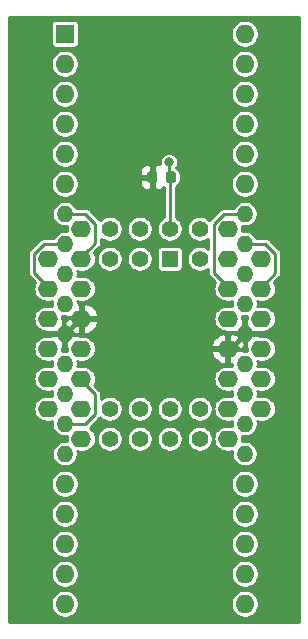
<source format=gbr>
G04 #@! TF.GenerationSoftware,KiCad,Pcbnew,(5.1.5)-3*
G04 #@! TF.CreationDate,2020-04-26T18:15:54+02:00*
G04 #@! TF.ProjectId,plcc44_adapter,706c6363-3434-45f6-9164-61707465722e,rev?*
G04 #@! TF.SameCoordinates,Original*
G04 #@! TF.FileFunction,Copper,L1,Top*
G04 #@! TF.FilePolarity,Positive*
%FSLAX46Y46*%
G04 Gerber Fmt 4.6, Leading zero omitted, Abs format (unit mm)*
G04 Created by KiCad (PCBNEW (5.1.5)-3) date 2020-04-26 18:15:54*
%MOMM*%
%LPD*%
G04 APERTURE LIST*
%ADD10R,1.600000X1.600000*%
%ADD11O,1.600000X1.600000*%
%ADD12O,1.400000X1.400000*%
%ADD13C,0.100000*%
%ADD14R,1.422400X1.422400*%
%ADD15C,1.422400*%
%ADD16O,1.700000X1.422400*%
%ADD17C,0.800000*%
%ADD18C,0.250000*%
%ADD19C,0.400000*%
%ADD20C,0.254000*%
G04 APERTURE END LIST*
D10*
X165159001Y-53899001D03*
D11*
X180399001Y-102159001D03*
X165159001Y-56439001D03*
X180399001Y-99619001D03*
X165159001Y-58979001D03*
X180399001Y-97079001D03*
X165159001Y-61519001D03*
X180399001Y-94539001D03*
X165159001Y-64059001D03*
X180399001Y-91999001D03*
X165159001Y-66599001D03*
D12*
X180399001Y-89459001D03*
X165159001Y-69139001D03*
X180399001Y-86919001D03*
X165159001Y-71679001D03*
X180399001Y-84379001D03*
X165159001Y-74219001D03*
X180399001Y-81839001D03*
X165159001Y-76759001D03*
X180399001Y-79299001D03*
X165159001Y-79299001D03*
X180399001Y-76759001D03*
X165159001Y-81839001D03*
X180399001Y-74219001D03*
X165159001Y-84379001D03*
X180399001Y-71679001D03*
X165159001Y-86919001D03*
X180399001Y-69139001D03*
X165159001Y-89459001D03*
D11*
X180399001Y-66599001D03*
X165159001Y-91999001D03*
X180399001Y-64059001D03*
X165159001Y-94539001D03*
X180399001Y-61519001D03*
X165159001Y-97079001D03*
X180399001Y-58979001D03*
X165159001Y-99619001D03*
X180399001Y-56439001D03*
X165159001Y-102159001D03*
X180399001Y-53899001D03*
G04 #@! TA.AperFunction,SMDPad,CuDef*
D13*
G36*
X174382691Y-65566053D02*
G01*
X174403926Y-65569203D01*
X174424750Y-65574419D01*
X174444962Y-65581651D01*
X174464368Y-65590830D01*
X174482781Y-65601866D01*
X174500024Y-65614654D01*
X174515930Y-65629070D01*
X174530346Y-65644976D01*
X174543134Y-65662219D01*
X174554170Y-65680632D01*
X174563349Y-65700038D01*
X174570581Y-65720250D01*
X174575797Y-65741074D01*
X174578947Y-65762309D01*
X174580000Y-65783750D01*
X174580000Y-66296250D01*
X174578947Y-66317691D01*
X174575797Y-66338926D01*
X174570581Y-66359750D01*
X174563349Y-66379962D01*
X174554170Y-66399368D01*
X174543134Y-66417781D01*
X174530346Y-66435024D01*
X174515930Y-66450930D01*
X174500024Y-66465346D01*
X174482781Y-66478134D01*
X174464368Y-66489170D01*
X174444962Y-66498349D01*
X174424750Y-66505581D01*
X174403926Y-66510797D01*
X174382691Y-66513947D01*
X174361250Y-66515000D01*
X173923750Y-66515000D01*
X173902309Y-66513947D01*
X173881074Y-66510797D01*
X173860250Y-66505581D01*
X173840038Y-66498349D01*
X173820632Y-66489170D01*
X173802219Y-66478134D01*
X173784976Y-66465346D01*
X173769070Y-66450930D01*
X173754654Y-66435024D01*
X173741866Y-66417781D01*
X173730830Y-66399368D01*
X173721651Y-66379962D01*
X173714419Y-66359750D01*
X173709203Y-66338926D01*
X173706053Y-66317691D01*
X173705000Y-66296250D01*
X173705000Y-65783750D01*
X173706053Y-65762309D01*
X173709203Y-65741074D01*
X173714419Y-65720250D01*
X173721651Y-65700038D01*
X173730830Y-65680632D01*
X173741866Y-65662219D01*
X173754654Y-65644976D01*
X173769070Y-65629070D01*
X173784976Y-65614654D01*
X173802219Y-65601866D01*
X173820632Y-65590830D01*
X173840038Y-65581651D01*
X173860250Y-65574419D01*
X173881074Y-65569203D01*
X173902309Y-65566053D01*
X173923750Y-65565000D01*
X174361250Y-65565000D01*
X174382691Y-65566053D01*
G37*
G04 #@! TD.AperFunction*
G04 #@! TA.AperFunction,SMDPad,CuDef*
G36*
X172807691Y-65566053D02*
G01*
X172828926Y-65569203D01*
X172849750Y-65574419D01*
X172869962Y-65581651D01*
X172889368Y-65590830D01*
X172907781Y-65601866D01*
X172925024Y-65614654D01*
X172940930Y-65629070D01*
X172955346Y-65644976D01*
X172968134Y-65662219D01*
X172979170Y-65680632D01*
X172988349Y-65700038D01*
X172995581Y-65720250D01*
X173000797Y-65741074D01*
X173003947Y-65762309D01*
X173005000Y-65783750D01*
X173005000Y-66296250D01*
X173003947Y-66317691D01*
X173000797Y-66338926D01*
X172995581Y-66359750D01*
X172988349Y-66379962D01*
X172979170Y-66399368D01*
X172968134Y-66417781D01*
X172955346Y-66435024D01*
X172940930Y-66450930D01*
X172925024Y-66465346D01*
X172907781Y-66478134D01*
X172889368Y-66489170D01*
X172869962Y-66498349D01*
X172849750Y-66505581D01*
X172828926Y-66510797D01*
X172807691Y-66513947D01*
X172786250Y-66515000D01*
X172348750Y-66515000D01*
X172327309Y-66513947D01*
X172306074Y-66510797D01*
X172285250Y-66505581D01*
X172265038Y-66498349D01*
X172245632Y-66489170D01*
X172227219Y-66478134D01*
X172209976Y-66465346D01*
X172194070Y-66450930D01*
X172179654Y-66435024D01*
X172166866Y-66417781D01*
X172155830Y-66399368D01*
X172146651Y-66379962D01*
X172139419Y-66359750D01*
X172134203Y-66338926D01*
X172131053Y-66317691D01*
X172130000Y-66296250D01*
X172130000Y-65783750D01*
X172131053Y-65762309D01*
X172134203Y-65741074D01*
X172139419Y-65720250D01*
X172146651Y-65700038D01*
X172155830Y-65680632D01*
X172166866Y-65662219D01*
X172179654Y-65644976D01*
X172194070Y-65629070D01*
X172209976Y-65614654D01*
X172227219Y-65601866D01*
X172245632Y-65590830D01*
X172265038Y-65581651D01*
X172285250Y-65574419D01*
X172306074Y-65569203D01*
X172327309Y-65566053D01*
X172348750Y-65565000D01*
X172786250Y-65565000D01*
X172807691Y-65566053D01*
G37*
G04 #@! TD.AperFunction*
D14*
X174040800Y-72948800D03*
D15*
X171500800Y-72948800D03*
X168960800Y-72948800D03*
X176580800Y-72948800D03*
D16*
X178970800Y-72948800D03*
D15*
X171500800Y-70408800D03*
X168960800Y-70408800D03*
D16*
X166570800Y-70408800D03*
D15*
X174040800Y-70408800D03*
X176580800Y-70408800D03*
D16*
X166570800Y-72948800D03*
X166570800Y-75488800D03*
X166570800Y-78028800D03*
X166570800Y-80568800D03*
X166570800Y-83108800D03*
X163730800Y-72948800D03*
X163730800Y-75488800D03*
X163730800Y-78028800D03*
X163730800Y-80568800D03*
X163730800Y-83108800D03*
X163730800Y-85648800D03*
X166570800Y-85648800D03*
D15*
X168960800Y-85648800D03*
X171500800Y-85648800D03*
X174040800Y-85648800D03*
X176580800Y-85648800D03*
D16*
X181810800Y-85648800D03*
X166570800Y-88188800D03*
D15*
X168960800Y-88188800D03*
X171500800Y-88188800D03*
X174040800Y-88188800D03*
X176580800Y-88188800D03*
D16*
X178970800Y-88188800D03*
X178970800Y-85648800D03*
X178970800Y-83108800D03*
X178970800Y-80568800D03*
X178970800Y-78028800D03*
X178970800Y-75488800D03*
X178970800Y-70408800D03*
X181810800Y-83108800D03*
X181810800Y-80568800D03*
X181810800Y-78028800D03*
X181810800Y-75488800D03*
X181810800Y-72948800D03*
D17*
X173990000Y-64770000D03*
D18*
X167131999Y-72237601D02*
X166420800Y-72948800D01*
X167745810Y-71623790D02*
X166420800Y-72948800D01*
X166905223Y-69139001D02*
X167745810Y-69979588D01*
X167745810Y-69979588D02*
X167745810Y-71623790D01*
X165159001Y-69139001D02*
X166905223Y-69139001D01*
X167131999Y-83819999D02*
X166420800Y-83108800D01*
X165159001Y-86919001D02*
X166684177Y-86919001D01*
X166148950Y-86919001D02*
X165159001Y-86919001D01*
X167745810Y-86078012D02*
X166904821Y-86919001D01*
X167745810Y-84433810D02*
X167745810Y-86078012D01*
X166904821Y-86919001D02*
X166148950Y-86919001D01*
X166420800Y-83108800D02*
X167745810Y-84433810D01*
X162555790Y-74163790D02*
X163880800Y-75488800D01*
X162555790Y-72519588D02*
X162555790Y-74163790D01*
X163396377Y-71679001D02*
X162555790Y-72519588D01*
X165159001Y-71679001D02*
X163396377Y-71679001D01*
X178409601Y-74777601D02*
X179120800Y-75488800D01*
X180399001Y-69139001D02*
X178857021Y-69139001D01*
X177795790Y-74163790D02*
X179120800Y-75488800D01*
X177795790Y-69979588D02*
X177795790Y-74163790D01*
X178636377Y-69139001D02*
X177795790Y-69979588D01*
X180399001Y-69139001D02*
X178636377Y-69139001D01*
X182985810Y-72519588D02*
X182985810Y-74163790D01*
X182985810Y-74163790D02*
X181660800Y-75488800D01*
X182145223Y-71679001D02*
X182985810Y-72519588D01*
X180399001Y-71679001D02*
X182145223Y-71679001D01*
D19*
X179129202Y-80568800D02*
X180399001Y-79299001D01*
X179120800Y-80568800D02*
X179129202Y-80568800D01*
X165159001Y-79290599D02*
X166420800Y-78028800D01*
X165159001Y-79299001D02*
X165159001Y-79290599D01*
D18*
X174142500Y-70307100D02*
X174040800Y-70408800D01*
X174040800Y-66141700D02*
X174142500Y-66040000D01*
X174040800Y-70408800D02*
X174040800Y-66141700D01*
X173990000Y-65887500D02*
X174142500Y-66040000D01*
X173990000Y-64770000D02*
X173990000Y-65887500D01*
D20*
G36*
X185014000Y-103734000D02*
G01*
X160426000Y-103734000D01*
X160426000Y-102042683D01*
X163978001Y-102042683D01*
X163978001Y-102275319D01*
X164023387Y-102503486D01*
X164112413Y-102718414D01*
X164241659Y-102911844D01*
X164406158Y-103076343D01*
X164599588Y-103205589D01*
X164814516Y-103294615D01*
X165042683Y-103340001D01*
X165275319Y-103340001D01*
X165503486Y-103294615D01*
X165718414Y-103205589D01*
X165911844Y-103076343D01*
X166076343Y-102911844D01*
X166205589Y-102718414D01*
X166294615Y-102503486D01*
X166340001Y-102275319D01*
X166340001Y-102042683D01*
X179218001Y-102042683D01*
X179218001Y-102275319D01*
X179263387Y-102503486D01*
X179352413Y-102718414D01*
X179481659Y-102911844D01*
X179646158Y-103076343D01*
X179839588Y-103205589D01*
X180054516Y-103294615D01*
X180282683Y-103340001D01*
X180515319Y-103340001D01*
X180743486Y-103294615D01*
X180958414Y-103205589D01*
X181151844Y-103076343D01*
X181316343Y-102911844D01*
X181445589Y-102718414D01*
X181534615Y-102503486D01*
X181580001Y-102275319D01*
X181580001Y-102042683D01*
X181534615Y-101814516D01*
X181445589Y-101599588D01*
X181316343Y-101406158D01*
X181151844Y-101241659D01*
X180958414Y-101112413D01*
X180743486Y-101023387D01*
X180515319Y-100978001D01*
X180282683Y-100978001D01*
X180054516Y-101023387D01*
X179839588Y-101112413D01*
X179646158Y-101241659D01*
X179481659Y-101406158D01*
X179352413Y-101599588D01*
X179263387Y-101814516D01*
X179218001Y-102042683D01*
X166340001Y-102042683D01*
X166294615Y-101814516D01*
X166205589Y-101599588D01*
X166076343Y-101406158D01*
X165911844Y-101241659D01*
X165718414Y-101112413D01*
X165503486Y-101023387D01*
X165275319Y-100978001D01*
X165042683Y-100978001D01*
X164814516Y-101023387D01*
X164599588Y-101112413D01*
X164406158Y-101241659D01*
X164241659Y-101406158D01*
X164112413Y-101599588D01*
X164023387Y-101814516D01*
X163978001Y-102042683D01*
X160426000Y-102042683D01*
X160426000Y-99502683D01*
X163978001Y-99502683D01*
X163978001Y-99735319D01*
X164023387Y-99963486D01*
X164112413Y-100178414D01*
X164241659Y-100371844D01*
X164406158Y-100536343D01*
X164599588Y-100665589D01*
X164814516Y-100754615D01*
X165042683Y-100800001D01*
X165275319Y-100800001D01*
X165503486Y-100754615D01*
X165718414Y-100665589D01*
X165911844Y-100536343D01*
X166076343Y-100371844D01*
X166205589Y-100178414D01*
X166294615Y-99963486D01*
X166340001Y-99735319D01*
X166340001Y-99502683D01*
X179218001Y-99502683D01*
X179218001Y-99735319D01*
X179263387Y-99963486D01*
X179352413Y-100178414D01*
X179481659Y-100371844D01*
X179646158Y-100536343D01*
X179839588Y-100665589D01*
X180054516Y-100754615D01*
X180282683Y-100800001D01*
X180515319Y-100800001D01*
X180743486Y-100754615D01*
X180958414Y-100665589D01*
X181151844Y-100536343D01*
X181316343Y-100371844D01*
X181445589Y-100178414D01*
X181534615Y-99963486D01*
X181580001Y-99735319D01*
X181580001Y-99502683D01*
X181534615Y-99274516D01*
X181445589Y-99059588D01*
X181316343Y-98866158D01*
X181151844Y-98701659D01*
X180958414Y-98572413D01*
X180743486Y-98483387D01*
X180515319Y-98438001D01*
X180282683Y-98438001D01*
X180054516Y-98483387D01*
X179839588Y-98572413D01*
X179646158Y-98701659D01*
X179481659Y-98866158D01*
X179352413Y-99059588D01*
X179263387Y-99274516D01*
X179218001Y-99502683D01*
X166340001Y-99502683D01*
X166294615Y-99274516D01*
X166205589Y-99059588D01*
X166076343Y-98866158D01*
X165911844Y-98701659D01*
X165718414Y-98572413D01*
X165503486Y-98483387D01*
X165275319Y-98438001D01*
X165042683Y-98438001D01*
X164814516Y-98483387D01*
X164599588Y-98572413D01*
X164406158Y-98701659D01*
X164241659Y-98866158D01*
X164112413Y-99059588D01*
X164023387Y-99274516D01*
X163978001Y-99502683D01*
X160426000Y-99502683D01*
X160426000Y-96962683D01*
X163978001Y-96962683D01*
X163978001Y-97195319D01*
X164023387Y-97423486D01*
X164112413Y-97638414D01*
X164241659Y-97831844D01*
X164406158Y-97996343D01*
X164599588Y-98125589D01*
X164814516Y-98214615D01*
X165042683Y-98260001D01*
X165275319Y-98260001D01*
X165503486Y-98214615D01*
X165718414Y-98125589D01*
X165911844Y-97996343D01*
X166076343Y-97831844D01*
X166205589Y-97638414D01*
X166294615Y-97423486D01*
X166340001Y-97195319D01*
X166340001Y-96962683D01*
X179218001Y-96962683D01*
X179218001Y-97195319D01*
X179263387Y-97423486D01*
X179352413Y-97638414D01*
X179481659Y-97831844D01*
X179646158Y-97996343D01*
X179839588Y-98125589D01*
X180054516Y-98214615D01*
X180282683Y-98260001D01*
X180515319Y-98260001D01*
X180743486Y-98214615D01*
X180958414Y-98125589D01*
X181151844Y-97996343D01*
X181316343Y-97831844D01*
X181445589Y-97638414D01*
X181534615Y-97423486D01*
X181580001Y-97195319D01*
X181580001Y-96962683D01*
X181534615Y-96734516D01*
X181445589Y-96519588D01*
X181316343Y-96326158D01*
X181151844Y-96161659D01*
X180958414Y-96032413D01*
X180743486Y-95943387D01*
X180515319Y-95898001D01*
X180282683Y-95898001D01*
X180054516Y-95943387D01*
X179839588Y-96032413D01*
X179646158Y-96161659D01*
X179481659Y-96326158D01*
X179352413Y-96519588D01*
X179263387Y-96734516D01*
X179218001Y-96962683D01*
X166340001Y-96962683D01*
X166294615Y-96734516D01*
X166205589Y-96519588D01*
X166076343Y-96326158D01*
X165911844Y-96161659D01*
X165718414Y-96032413D01*
X165503486Y-95943387D01*
X165275319Y-95898001D01*
X165042683Y-95898001D01*
X164814516Y-95943387D01*
X164599588Y-96032413D01*
X164406158Y-96161659D01*
X164241659Y-96326158D01*
X164112413Y-96519588D01*
X164023387Y-96734516D01*
X163978001Y-96962683D01*
X160426000Y-96962683D01*
X160426000Y-94422683D01*
X163978001Y-94422683D01*
X163978001Y-94655319D01*
X164023387Y-94883486D01*
X164112413Y-95098414D01*
X164241659Y-95291844D01*
X164406158Y-95456343D01*
X164599588Y-95585589D01*
X164814516Y-95674615D01*
X165042683Y-95720001D01*
X165275319Y-95720001D01*
X165503486Y-95674615D01*
X165718414Y-95585589D01*
X165911844Y-95456343D01*
X166076343Y-95291844D01*
X166205589Y-95098414D01*
X166294615Y-94883486D01*
X166340001Y-94655319D01*
X166340001Y-94422683D01*
X179218001Y-94422683D01*
X179218001Y-94655319D01*
X179263387Y-94883486D01*
X179352413Y-95098414D01*
X179481659Y-95291844D01*
X179646158Y-95456343D01*
X179839588Y-95585589D01*
X180054516Y-95674615D01*
X180282683Y-95720001D01*
X180515319Y-95720001D01*
X180743486Y-95674615D01*
X180958414Y-95585589D01*
X181151844Y-95456343D01*
X181316343Y-95291844D01*
X181445589Y-95098414D01*
X181534615Y-94883486D01*
X181580001Y-94655319D01*
X181580001Y-94422683D01*
X181534615Y-94194516D01*
X181445589Y-93979588D01*
X181316343Y-93786158D01*
X181151844Y-93621659D01*
X180958414Y-93492413D01*
X180743486Y-93403387D01*
X180515319Y-93358001D01*
X180282683Y-93358001D01*
X180054516Y-93403387D01*
X179839588Y-93492413D01*
X179646158Y-93621659D01*
X179481659Y-93786158D01*
X179352413Y-93979588D01*
X179263387Y-94194516D01*
X179218001Y-94422683D01*
X166340001Y-94422683D01*
X166294615Y-94194516D01*
X166205589Y-93979588D01*
X166076343Y-93786158D01*
X165911844Y-93621659D01*
X165718414Y-93492413D01*
X165503486Y-93403387D01*
X165275319Y-93358001D01*
X165042683Y-93358001D01*
X164814516Y-93403387D01*
X164599588Y-93492413D01*
X164406158Y-93621659D01*
X164241659Y-93786158D01*
X164112413Y-93979588D01*
X164023387Y-94194516D01*
X163978001Y-94422683D01*
X160426000Y-94422683D01*
X160426000Y-91882683D01*
X163978001Y-91882683D01*
X163978001Y-92115319D01*
X164023387Y-92343486D01*
X164112413Y-92558414D01*
X164241659Y-92751844D01*
X164406158Y-92916343D01*
X164599588Y-93045589D01*
X164814516Y-93134615D01*
X165042683Y-93180001D01*
X165275319Y-93180001D01*
X165503486Y-93134615D01*
X165718414Y-93045589D01*
X165911844Y-92916343D01*
X166076343Y-92751844D01*
X166205589Y-92558414D01*
X166294615Y-92343486D01*
X166340001Y-92115319D01*
X166340001Y-91882683D01*
X179218001Y-91882683D01*
X179218001Y-92115319D01*
X179263387Y-92343486D01*
X179352413Y-92558414D01*
X179481659Y-92751844D01*
X179646158Y-92916343D01*
X179839588Y-93045589D01*
X180054516Y-93134615D01*
X180282683Y-93180001D01*
X180515319Y-93180001D01*
X180743486Y-93134615D01*
X180958414Y-93045589D01*
X181151844Y-92916343D01*
X181316343Y-92751844D01*
X181445589Y-92558414D01*
X181534615Y-92343486D01*
X181580001Y-92115319D01*
X181580001Y-91882683D01*
X181534615Y-91654516D01*
X181445589Y-91439588D01*
X181316343Y-91246158D01*
X181151844Y-91081659D01*
X180958414Y-90952413D01*
X180743486Y-90863387D01*
X180515319Y-90818001D01*
X180282683Y-90818001D01*
X180054516Y-90863387D01*
X179839588Y-90952413D01*
X179646158Y-91081659D01*
X179481659Y-91246158D01*
X179352413Y-91439588D01*
X179263387Y-91654516D01*
X179218001Y-91882683D01*
X166340001Y-91882683D01*
X166294615Y-91654516D01*
X166205589Y-91439588D01*
X166076343Y-91246158D01*
X165911844Y-91081659D01*
X165718414Y-90952413D01*
X165503486Y-90863387D01*
X165275319Y-90818001D01*
X165042683Y-90818001D01*
X164814516Y-90863387D01*
X164599588Y-90952413D01*
X164406158Y-91081659D01*
X164241659Y-91246158D01*
X164112413Y-91439588D01*
X164023387Y-91654516D01*
X163978001Y-91882683D01*
X160426000Y-91882683D01*
X160426000Y-80568800D01*
X162494516Y-80568800D01*
X162515604Y-80782909D01*
X162578057Y-80988789D01*
X162679475Y-81178529D01*
X162815962Y-81344838D01*
X162982271Y-81481325D01*
X163172011Y-81582743D01*
X163377891Y-81645196D01*
X163538351Y-81661000D01*
X163923249Y-81661000D01*
X164083709Y-81645196D01*
X164096123Y-81641430D01*
X164078001Y-81732532D01*
X164078001Y-81945470D01*
X164096037Y-82036144D01*
X164083709Y-82032404D01*
X163923249Y-82016600D01*
X163538351Y-82016600D01*
X163377891Y-82032404D01*
X163172011Y-82094857D01*
X162982271Y-82196275D01*
X162815962Y-82332762D01*
X162679475Y-82499071D01*
X162578057Y-82688811D01*
X162515604Y-82894691D01*
X162494516Y-83108800D01*
X162515604Y-83322909D01*
X162578057Y-83528789D01*
X162679475Y-83718529D01*
X162815962Y-83884838D01*
X162982271Y-84021325D01*
X163172011Y-84122743D01*
X163377891Y-84185196D01*
X163538351Y-84201000D01*
X163923249Y-84201000D01*
X164083709Y-84185196D01*
X164096123Y-84181430D01*
X164078001Y-84272532D01*
X164078001Y-84485470D01*
X164096037Y-84576144D01*
X164083709Y-84572404D01*
X163923249Y-84556600D01*
X163538351Y-84556600D01*
X163377891Y-84572404D01*
X163172011Y-84634857D01*
X162982271Y-84736275D01*
X162815962Y-84872762D01*
X162679475Y-85039071D01*
X162578057Y-85228811D01*
X162515604Y-85434691D01*
X162494516Y-85648800D01*
X162515604Y-85862909D01*
X162578057Y-86068789D01*
X162679475Y-86258529D01*
X162815962Y-86424838D01*
X162982271Y-86561325D01*
X163172011Y-86662743D01*
X163377891Y-86725196D01*
X163538351Y-86741000D01*
X163923249Y-86741000D01*
X164083709Y-86725196D01*
X164096123Y-86721430D01*
X164078001Y-86812532D01*
X164078001Y-87025470D01*
X164119544Y-87234317D01*
X164201032Y-87431046D01*
X164319334Y-87608098D01*
X164469904Y-87758668D01*
X164646956Y-87876970D01*
X164843685Y-87958458D01*
X165052532Y-88000001D01*
X165265470Y-88000001D01*
X165354863Y-87982219D01*
X165334516Y-88188800D01*
X165354903Y-88395791D01*
X165265470Y-88378001D01*
X165052532Y-88378001D01*
X164843685Y-88419544D01*
X164646956Y-88501032D01*
X164469904Y-88619334D01*
X164319334Y-88769904D01*
X164201032Y-88946956D01*
X164119544Y-89143685D01*
X164078001Y-89352532D01*
X164078001Y-89565470D01*
X164119544Y-89774317D01*
X164201032Y-89971046D01*
X164319334Y-90148098D01*
X164469904Y-90298668D01*
X164646956Y-90416970D01*
X164843685Y-90498458D01*
X165052532Y-90540001D01*
X165265470Y-90540001D01*
X165474317Y-90498458D01*
X165671046Y-90416970D01*
X165848098Y-90298668D01*
X165998668Y-90148098D01*
X166116970Y-89971046D01*
X166198458Y-89774317D01*
X166240001Y-89565470D01*
X166240001Y-89352532D01*
X166222723Y-89265672D01*
X166378351Y-89281000D01*
X166763249Y-89281000D01*
X166923709Y-89265196D01*
X167129589Y-89202743D01*
X167319329Y-89101325D01*
X167485638Y-88964838D01*
X167622125Y-88798529D01*
X167723543Y-88608789D01*
X167785996Y-88402909D01*
X167807084Y-88188800D01*
X167796490Y-88081228D01*
X167868600Y-88081228D01*
X167868600Y-88296372D01*
X167910572Y-88507383D01*
X167992905Y-88706151D01*
X168112433Y-88885037D01*
X168264563Y-89037167D01*
X168443449Y-89156695D01*
X168642217Y-89239028D01*
X168853228Y-89281000D01*
X169068372Y-89281000D01*
X169279383Y-89239028D01*
X169478151Y-89156695D01*
X169657037Y-89037167D01*
X169809167Y-88885037D01*
X169928695Y-88706151D01*
X170011028Y-88507383D01*
X170053000Y-88296372D01*
X170053000Y-88081228D01*
X170408600Y-88081228D01*
X170408600Y-88296372D01*
X170450572Y-88507383D01*
X170532905Y-88706151D01*
X170652433Y-88885037D01*
X170804563Y-89037167D01*
X170983449Y-89156695D01*
X171182217Y-89239028D01*
X171393228Y-89281000D01*
X171608372Y-89281000D01*
X171819383Y-89239028D01*
X172018151Y-89156695D01*
X172197037Y-89037167D01*
X172349167Y-88885037D01*
X172468695Y-88706151D01*
X172551028Y-88507383D01*
X172593000Y-88296372D01*
X172593000Y-88081228D01*
X172948600Y-88081228D01*
X172948600Y-88296372D01*
X172990572Y-88507383D01*
X173072905Y-88706151D01*
X173192433Y-88885037D01*
X173344563Y-89037167D01*
X173523449Y-89156695D01*
X173722217Y-89239028D01*
X173933228Y-89281000D01*
X174148372Y-89281000D01*
X174359383Y-89239028D01*
X174558151Y-89156695D01*
X174737037Y-89037167D01*
X174889167Y-88885037D01*
X175008695Y-88706151D01*
X175091028Y-88507383D01*
X175133000Y-88296372D01*
X175133000Y-88081228D01*
X175488600Y-88081228D01*
X175488600Y-88296372D01*
X175530572Y-88507383D01*
X175612905Y-88706151D01*
X175732433Y-88885037D01*
X175884563Y-89037167D01*
X176063449Y-89156695D01*
X176262217Y-89239028D01*
X176473228Y-89281000D01*
X176688372Y-89281000D01*
X176899383Y-89239028D01*
X177098151Y-89156695D01*
X177277037Y-89037167D01*
X177429167Y-88885037D01*
X177548695Y-88706151D01*
X177631028Y-88507383D01*
X177673000Y-88296372D01*
X177673000Y-88081228D01*
X177631028Y-87870217D01*
X177548695Y-87671449D01*
X177429167Y-87492563D01*
X177277037Y-87340433D01*
X177098151Y-87220905D01*
X176899383Y-87138572D01*
X176688372Y-87096600D01*
X176473228Y-87096600D01*
X176262217Y-87138572D01*
X176063449Y-87220905D01*
X175884563Y-87340433D01*
X175732433Y-87492563D01*
X175612905Y-87671449D01*
X175530572Y-87870217D01*
X175488600Y-88081228D01*
X175133000Y-88081228D01*
X175091028Y-87870217D01*
X175008695Y-87671449D01*
X174889167Y-87492563D01*
X174737037Y-87340433D01*
X174558151Y-87220905D01*
X174359383Y-87138572D01*
X174148372Y-87096600D01*
X173933228Y-87096600D01*
X173722217Y-87138572D01*
X173523449Y-87220905D01*
X173344563Y-87340433D01*
X173192433Y-87492563D01*
X173072905Y-87671449D01*
X172990572Y-87870217D01*
X172948600Y-88081228D01*
X172593000Y-88081228D01*
X172551028Y-87870217D01*
X172468695Y-87671449D01*
X172349167Y-87492563D01*
X172197037Y-87340433D01*
X172018151Y-87220905D01*
X171819383Y-87138572D01*
X171608372Y-87096600D01*
X171393228Y-87096600D01*
X171182217Y-87138572D01*
X170983449Y-87220905D01*
X170804563Y-87340433D01*
X170652433Y-87492563D01*
X170532905Y-87671449D01*
X170450572Y-87870217D01*
X170408600Y-88081228D01*
X170053000Y-88081228D01*
X170011028Y-87870217D01*
X169928695Y-87671449D01*
X169809167Y-87492563D01*
X169657037Y-87340433D01*
X169478151Y-87220905D01*
X169279383Y-87138572D01*
X169068372Y-87096600D01*
X168853228Y-87096600D01*
X168642217Y-87138572D01*
X168443449Y-87220905D01*
X168264563Y-87340433D01*
X168112433Y-87492563D01*
X167992905Y-87671449D01*
X167910572Y-87870217D01*
X167868600Y-88081228D01*
X167796490Y-88081228D01*
X167785996Y-87974691D01*
X167723543Y-87768811D01*
X167622125Y-87579071D01*
X167485638Y-87412762D01*
X167319329Y-87276275D01*
X167282711Y-87256702D01*
X168086030Y-86453384D01*
X168105337Y-86437539D01*
X168150231Y-86382835D01*
X168264563Y-86497167D01*
X168443449Y-86616695D01*
X168642217Y-86699028D01*
X168853228Y-86741000D01*
X169068372Y-86741000D01*
X169279383Y-86699028D01*
X169478151Y-86616695D01*
X169657037Y-86497167D01*
X169809167Y-86345037D01*
X169928695Y-86166151D01*
X170011028Y-85967383D01*
X170053000Y-85756372D01*
X170053000Y-85541228D01*
X170408600Y-85541228D01*
X170408600Y-85756372D01*
X170450572Y-85967383D01*
X170532905Y-86166151D01*
X170652433Y-86345037D01*
X170804563Y-86497167D01*
X170983449Y-86616695D01*
X171182217Y-86699028D01*
X171393228Y-86741000D01*
X171608372Y-86741000D01*
X171819383Y-86699028D01*
X172018151Y-86616695D01*
X172197037Y-86497167D01*
X172349167Y-86345037D01*
X172468695Y-86166151D01*
X172551028Y-85967383D01*
X172593000Y-85756372D01*
X172593000Y-85541228D01*
X172948600Y-85541228D01*
X172948600Y-85756372D01*
X172990572Y-85967383D01*
X173072905Y-86166151D01*
X173192433Y-86345037D01*
X173344563Y-86497167D01*
X173523449Y-86616695D01*
X173722217Y-86699028D01*
X173933228Y-86741000D01*
X174148372Y-86741000D01*
X174359383Y-86699028D01*
X174558151Y-86616695D01*
X174737037Y-86497167D01*
X174889167Y-86345037D01*
X175008695Y-86166151D01*
X175091028Y-85967383D01*
X175133000Y-85756372D01*
X175133000Y-85541228D01*
X175488600Y-85541228D01*
X175488600Y-85756372D01*
X175530572Y-85967383D01*
X175612905Y-86166151D01*
X175732433Y-86345037D01*
X175884563Y-86497167D01*
X176063449Y-86616695D01*
X176262217Y-86699028D01*
X176473228Y-86741000D01*
X176688372Y-86741000D01*
X176899383Y-86699028D01*
X177098151Y-86616695D01*
X177277037Y-86497167D01*
X177429167Y-86345037D01*
X177548695Y-86166151D01*
X177631028Y-85967383D01*
X177673000Y-85756372D01*
X177673000Y-85541228D01*
X177631028Y-85330217D01*
X177548695Y-85131449D01*
X177429167Y-84952563D01*
X177277037Y-84800433D01*
X177098151Y-84680905D01*
X176899383Y-84598572D01*
X176688372Y-84556600D01*
X176473228Y-84556600D01*
X176262217Y-84598572D01*
X176063449Y-84680905D01*
X175884563Y-84800433D01*
X175732433Y-84952563D01*
X175612905Y-85131449D01*
X175530572Y-85330217D01*
X175488600Y-85541228D01*
X175133000Y-85541228D01*
X175091028Y-85330217D01*
X175008695Y-85131449D01*
X174889167Y-84952563D01*
X174737037Y-84800433D01*
X174558151Y-84680905D01*
X174359383Y-84598572D01*
X174148372Y-84556600D01*
X173933228Y-84556600D01*
X173722217Y-84598572D01*
X173523449Y-84680905D01*
X173344563Y-84800433D01*
X173192433Y-84952563D01*
X173072905Y-85131449D01*
X172990572Y-85330217D01*
X172948600Y-85541228D01*
X172593000Y-85541228D01*
X172551028Y-85330217D01*
X172468695Y-85131449D01*
X172349167Y-84952563D01*
X172197037Y-84800433D01*
X172018151Y-84680905D01*
X171819383Y-84598572D01*
X171608372Y-84556600D01*
X171393228Y-84556600D01*
X171182217Y-84598572D01*
X170983449Y-84680905D01*
X170804563Y-84800433D01*
X170652433Y-84952563D01*
X170532905Y-85131449D01*
X170450572Y-85330217D01*
X170408600Y-85541228D01*
X170053000Y-85541228D01*
X170011028Y-85330217D01*
X169928695Y-85131449D01*
X169809167Y-84952563D01*
X169657037Y-84800433D01*
X169478151Y-84680905D01*
X169279383Y-84598572D01*
X169068372Y-84556600D01*
X168853228Y-84556600D01*
X168642217Y-84598572D01*
X168443449Y-84680905D01*
X168264563Y-84800433D01*
X168251810Y-84813186D01*
X168251810Y-84458655D01*
X168254257Y-84433809D01*
X168251810Y-84408963D01*
X168251810Y-84408956D01*
X168244488Y-84334617D01*
X168215555Y-84239235D01*
X168168569Y-84151331D01*
X168105337Y-84074283D01*
X168086030Y-84058438D01*
X167665316Y-83637724D01*
X167723543Y-83528789D01*
X167785996Y-83322909D01*
X167807084Y-83108800D01*
X177734516Y-83108800D01*
X177755604Y-83322909D01*
X177818057Y-83528789D01*
X177919475Y-83718529D01*
X178055962Y-83884838D01*
X178222271Y-84021325D01*
X178412011Y-84122743D01*
X178617891Y-84185196D01*
X178778351Y-84201000D01*
X179163249Y-84201000D01*
X179323709Y-84185196D01*
X179336123Y-84181430D01*
X179318001Y-84272532D01*
X179318001Y-84485470D01*
X179336037Y-84576144D01*
X179323709Y-84572404D01*
X179163249Y-84556600D01*
X178778351Y-84556600D01*
X178617891Y-84572404D01*
X178412011Y-84634857D01*
X178222271Y-84736275D01*
X178055962Y-84872762D01*
X177919475Y-85039071D01*
X177818057Y-85228811D01*
X177755604Y-85434691D01*
X177734516Y-85648800D01*
X177755604Y-85862909D01*
X177818057Y-86068789D01*
X177919475Y-86258529D01*
X178055962Y-86424838D01*
X178222271Y-86561325D01*
X178412011Y-86662743D01*
X178617891Y-86725196D01*
X178778351Y-86741000D01*
X179163249Y-86741000D01*
X179323709Y-86725196D01*
X179336123Y-86721430D01*
X179318001Y-86812532D01*
X179318001Y-87025470D01*
X179336037Y-87116144D01*
X179323709Y-87112404D01*
X179163249Y-87096600D01*
X178778351Y-87096600D01*
X178617891Y-87112404D01*
X178412011Y-87174857D01*
X178222271Y-87276275D01*
X178055962Y-87412762D01*
X177919475Y-87579071D01*
X177818057Y-87768811D01*
X177755604Y-87974691D01*
X177734516Y-88188800D01*
X177755604Y-88402909D01*
X177818057Y-88608789D01*
X177919475Y-88798529D01*
X178055962Y-88964838D01*
X178222271Y-89101325D01*
X178412011Y-89202743D01*
X178617891Y-89265196D01*
X178778351Y-89281000D01*
X179163249Y-89281000D01*
X179323709Y-89265196D01*
X179336123Y-89261430D01*
X179318001Y-89352532D01*
X179318001Y-89565470D01*
X179359544Y-89774317D01*
X179441032Y-89971046D01*
X179559334Y-90148098D01*
X179709904Y-90298668D01*
X179886956Y-90416970D01*
X180083685Y-90498458D01*
X180292532Y-90540001D01*
X180505470Y-90540001D01*
X180714317Y-90498458D01*
X180911046Y-90416970D01*
X181088098Y-90298668D01*
X181238668Y-90148098D01*
X181356970Y-89971046D01*
X181438458Y-89774317D01*
X181480001Y-89565470D01*
X181480001Y-89352532D01*
X181438458Y-89143685D01*
X181356970Y-88946956D01*
X181238668Y-88769904D01*
X181088098Y-88619334D01*
X180911046Y-88501032D01*
X180714317Y-88419544D01*
X180505470Y-88378001D01*
X180292532Y-88378001D01*
X180186369Y-88399118D01*
X180207084Y-88188800D01*
X180186410Y-87978892D01*
X180292532Y-88000001D01*
X180505470Y-88000001D01*
X180714317Y-87958458D01*
X180911046Y-87876970D01*
X181088098Y-87758668D01*
X181238668Y-87608098D01*
X181356970Y-87431046D01*
X181438458Y-87234317D01*
X181480001Y-87025470D01*
X181480001Y-86812532D01*
X181462723Y-86725672D01*
X181618351Y-86741000D01*
X182003249Y-86741000D01*
X182163709Y-86725196D01*
X182369589Y-86662743D01*
X182559329Y-86561325D01*
X182725638Y-86424838D01*
X182862125Y-86258529D01*
X182963543Y-86068789D01*
X183025996Y-85862909D01*
X183047084Y-85648800D01*
X183025996Y-85434691D01*
X182963543Y-85228811D01*
X182862125Y-85039071D01*
X182725638Y-84872762D01*
X182559329Y-84736275D01*
X182369589Y-84634857D01*
X182163709Y-84572404D01*
X182003249Y-84556600D01*
X181618351Y-84556600D01*
X181462805Y-84571920D01*
X181480001Y-84485470D01*
X181480001Y-84272532D01*
X181462723Y-84185672D01*
X181618351Y-84201000D01*
X182003249Y-84201000D01*
X182163709Y-84185196D01*
X182369589Y-84122743D01*
X182559329Y-84021325D01*
X182725638Y-83884838D01*
X182862125Y-83718529D01*
X182963543Y-83528789D01*
X183025996Y-83322909D01*
X183047084Y-83108800D01*
X183025996Y-82894691D01*
X182963543Y-82688811D01*
X182862125Y-82499071D01*
X182725638Y-82332762D01*
X182559329Y-82196275D01*
X182369589Y-82094857D01*
X182163709Y-82032404D01*
X182003249Y-82016600D01*
X181618351Y-82016600D01*
X181462805Y-82031920D01*
X181480001Y-81945470D01*
X181480001Y-81732532D01*
X181462723Y-81645672D01*
X181618351Y-81661000D01*
X182003249Y-81661000D01*
X182163709Y-81645196D01*
X182369589Y-81582743D01*
X182559329Y-81481325D01*
X182725638Y-81344838D01*
X182862125Y-81178529D01*
X182963543Y-80988789D01*
X183025996Y-80782909D01*
X183047084Y-80568800D01*
X183025996Y-80354691D01*
X182963543Y-80148811D01*
X182862125Y-79959071D01*
X182725638Y-79792762D01*
X182559329Y-79656275D01*
X182369589Y-79554857D01*
X182163709Y-79492404D01*
X182003249Y-79476600D01*
X181618351Y-79476600D01*
X181599720Y-79478435D01*
X181568375Y-79426001D01*
X180526001Y-79426001D01*
X180526001Y-80469202D01*
X180581103Y-80501922D01*
X180574516Y-80568800D01*
X180594903Y-80775791D01*
X180505470Y-80758001D01*
X180327062Y-80758001D01*
X180290239Y-80695800D01*
X179097800Y-80695800D01*
X179097800Y-81756806D01*
X179308624Y-81900821D01*
X179318001Y-81898462D01*
X179318001Y-81945470D01*
X179336037Y-82036144D01*
X179323709Y-82032404D01*
X179163249Y-82016600D01*
X178778351Y-82016600D01*
X178617891Y-82032404D01*
X178412011Y-82094857D01*
X178222271Y-82196275D01*
X178055962Y-82332762D01*
X177919475Y-82499071D01*
X177818057Y-82688811D01*
X177755604Y-82894691D01*
X177734516Y-83108800D01*
X167807084Y-83108800D01*
X167785996Y-82894691D01*
X167723543Y-82688811D01*
X167622125Y-82499071D01*
X167485638Y-82332762D01*
X167319329Y-82196275D01*
X167129589Y-82094857D01*
X166923709Y-82032404D01*
X166763249Y-82016600D01*
X166378351Y-82016600D01*
X166222805Y-82031920D01*
X166240001Y-81945470D01*
X166240001Y-81732532D01*
X166222723Y-81645672D01*
X166378351Y-81661000D01*
X166763249Y-81661000D01*
X166923709Y-81645196D01*
X167129589Y-81582743D01*
X167319329Y-81481325D01*
X167485638Y-81344838D01*
X167622125Y-81178529D01*
X167723543Y-80988789D01*
X167749297Y-80903889D01*
X177528171Y-80903889D01*
X177613893Y-81143350D01*
X177749388Y-81369951D01*
X177926487Y-81565764D01*
X178138384Y-81723264D01*
X178376936Y-81836399D01*
X178632976Y-81900821D01*
X178843800Y-81756806D01*
X178843800Y-80695800D01*
X177651361Y-80695800D01*
X177528171Y-80903889D01*
X167749297Y-80903889D01*
X167785996Y-80782909D01*
X167807084Y-80568800D01*
X167785996Y-80354691D01*
X167749298Y-80233711D01*
X177528171Y-80233711D01*
X177651361Y-80441800D01*
X178843800Y-80441800D01*
X178843800Y-79380794D01*
X179097800Y-79380794D01*
X179097800Y-80441800D01*
X179721238Y-80441800D01*
X179819878Y-80501854D01*
X180065671Y-80591723D01*
X180272001Y-80469202D01*
X180272001Y-80441800D01*
X180290239Y-80441800D01*
X180413429Y-80233711D01*
X180327707Y-79994250D01*
X180272001Y-79901088D01*
X180272001Y-79426001D01*
X179818910Y-79426001D01*
X179803216Y-79414336D01*
X179564664Y-79301201D01*
X179308624Y-79236779D01*
X179097800Y-79380794D01*
X178843800Y-79380794D01*
X178632976Y-79236779D01*
X178376936Y-79301201D01*
X178138384Y-79414336D01*
X177926487Y-79571836D01*
X177749388Y-79767649D01*
X177613893Y-79994250D01*
X177528171Y-80233711D01*
X167749298Y-80233711D01*
X167723543Y-80148811D01*
X167622125Y-79959071D01*
X167485638Y-79792762D01*
X167319329Y-79656275D01*
X167129589Y-79554857D01*
X166923709Y-79492404D01*
X166763249Y-79476600D01*
X166378351Y-79476600D01*
X166359720Y-79478435D01*
X166328375Y-79426001D01*
X165286001Y-79426001D01*
X165286001Y-80469202D01*
X165341103Y-80501922D01*
X165334516Y-80568800D01*
X165354903Y-80775791D01*
X165265470Y-80758001D01*
X165052532Y-80758001D01*
X164946369Y-80779118D01*
X164967084Y-80568800D01*
X164961403Y-80511124D01*
X165032001Y-80469202D01*
X165032001Y-79426001D01*
X163989627Y-79426001D01*
X163957370Y-79479961D01*
X163923249Y-79476600D01*
X163538351Y-79476600D01*
X163377891Y-79492404D01*
X163172011Y-79554857D01*
X162982271Y-79656275D01*
X162815962Y-79792762D01*
X162679475Y-79959071D01*
X162578057Y-80148811D01*
X162515604Y-80354691D01*
X162494516Y-80568800D01*
X160426000Y-80568800D01*
X160426000Y-72519588D01*
X162047343Y-72519588D01*
X162049790Y-72544435D01*
X162049791Y-74138934D01*
X162047343Y-74163790D01*
X162057112Y-74262982D01*
X162086045Y-74358364D01*
X162086046Y-74358365D01*
X162133032Y-74446269D01*
X162196264Y-74523317D01*
X162215570Y-74539161D01*
X162636284Y-74959875D01*
X162578057Y-75068811D01*
X162515604Y-75274691D01*
X162494516Y-75488800D01*
X162515604Y-75702909D01*
X162578057Y-75908789D01*
X162679475Y-76098529D01*
X162815962Y-76264838D01*
X162982271Y-76401325D01*
X163172011Y-76502743D01*
X163377891Y-76565196D01*
X163538351Y-76581000D01*
X163923249Y-76581000D01*
X164083709Y-76565196D01*
X164096123Y-76561430D01*
X164078001Y-76652532D01*
X164078001Y-76865470D01*
X164096037Y-76956144D01*
X164083709Y-76952404D01*
X163923249Y-76936600D01*
X163538351Y-76936600D01*
X163377891Y-76952404D01*
X163172011Y-77014857D01*
X162982271Y-77116275D01*
X162815962Y-77252762D01*
X162679475Y-77419071D01*
X162578057Y-77608811D01*
X162515604Y-77814691D01*
X162494516Y-78028800D01*
X162515604Y-78242909D01*
X162578057Y-78448789D01*
X162679475Y-78638529D01*
X162815962Y-78804838D01*
X162982271Y-78941325D01*
X163172011Y-79042743D01*
X163377891Y-79105196D01*
X163538351Y-79121000D01*
X163923249Y-79121000D01*
X163957143Y-79117662D01*
X163989627Y-79172001D01*
X165032001Y-79172001D01*
X165032001Y-78363889D01*
X165128171Y-78363889D01*
X165213893Y-78603350D01*
X165286001Y-78723943D01*
X165286001Y-79172001D01*
X165723231Y-79172001D01*
X165738384Y-79183264D01*
X165976936Y-79296399D01*
X166232976Y-79360821D01*
X166443800Y-79216806D01*
X166443800Y-78978916D01*
X166451717Y-78965672D01*
X166443800Y-78939568D01*
X166443800Y-78155800D01*
X166697800Y-78155800D01*
X166697800Y-79216806D01*
X166908624Y-79360821D01*
X167164664Y-79296399D01*
X167403216Y-79183264D01*
X167615113Y-79025764D01*
X167792212Y-78829951D01*
X167927707Y-78603350D01*
X168013429Y-78363889D01*
X167890239Y-78155800D01*
X166697800Y-78155800D01*
X166443800Y-78155800D01*
X165836104Y-78155800D01*
X165738124Y-78096148D01*
X165492331Y-78006279D01*
X165286001Y-78128800D01*
X165286001Y-78155800D01*
X165251361Y-78155800D01*
X165128171Y-78363889D01*
X165032001Y-78363889D01*
X165032001Y-78128800D01*
X164961366Y-78086856D01*
X164967084Y-78028800D01*
X164946410Y-77818892D01*
X165052532Y-77840001D01*
X165214776Y-77840001D01*
X165251361Y-77901800D01*
X166443800Y-77901800D01*
X166443800Y-76840794D01*
X166697800Y-76840794D01*
X166697800Y-77901800D01*
X167890239Y-77901800D01*
X168013429Y-77693711D01*
X167927707Y-77454250D01*
X167792212Y-77227649D01*
X167615113Y-77031836D01*
X167403216Y-76874336D01*
X167164664Y-76761201D01*
X166908624Y-76696779D01*
X166697800Y-76840794D01*
X166443800Y-76840794D01*
X166240001Y-76701578D01*
X166240001Y-76652532D01*
X166222723Y-76565672D01*
X166378351Y-76581000D01*
X166763249Y-76581000D01*
X166923709Y-76565196D01*
X167129589Y-76502743D01*
X167319329Y-76401325D01*
X167485638Y-76264838D01*
X167622125Y-76098529D01*
X167723543Y-75908789D01*
X167785996Y-75702909D01*
X167807084Y-75488800D01*
X167785996Y-75274691D01*
X167723543Y-75068811D01*
X167622125Y-74879071D01*
X167485638Y-74712762D01*
X167319329Y-74576275D01*
X167129589Y-74474857D01*
X166923709Y-74412404D01*
X166763249Y-74396600D01*
X166378351Y-74396600D01*
X166222805Y-74411920D01*
X166240001Y-74325470D01*
X166240001Y-74112532D01*
X166222723Y-74025672D01*
X166378351Y-74041000D01*
X166763249Y-74041000D01*
X166923709Y-74025196D01*
X167129589Y-73962743D01*
X167319329Y-73861325D01*
X167485638Y-73724838D01*
X167622125Y-73558529D01*
X167723543Y-73368789D01*
X167785996Y-73162909D01*
X167807084Y-72948800D01*
X167796490Y-72841228D01*
X167868600Y-72841228D01*
X167868600Y-73056372D01*
X167910572Y-73267383D01*
X167992905Y-73466151D01*
X168112433Y-73645037D01*
X168264563Y-73797167D01*
X168443449Y-73916695D01*
X168642217Y-73999028D01*
X168853228Y-74041000D01*
X169068372Y-74041000D01*
X169279383Y-73999028D01*
X169478151Y-73916695D01*
X169657037Y-73797167D01*
X169809167Y-73645037D01*
X169928695Y-73466151D01*
X170011028Y-73267383D01*
X170053000Y-73056372D01*
X170053000Y-72841228D01*
X170408600Y-72841228D01*
X170408600Y-73056372D01*
X170450572Y-73267383D01*
X170532905Y-73466151D01*
X170652433Y-73645037D01*
X170804563Y-73797167D01*
X170983449Y-73916695D01*
X171182217Y-73999028D01*
X171393228Y-74041000D01*
X171608372Y-74041000D01*
X171819383Y-73999028D01*
X172018151Y-73916695D01*
X172197037Y-73797167D01*
X172349167Y-73645037D01*
X172468695Y-73466151D01*
X172551028Y-73267383D01*
X172593000Y-73056372D01*
X172593000Y-72841228D01*
X172551028Y-72630217D01*
X172468695Y-72431449D01*
X172349167Y-72252563D01*
X172334204Y-72237600D01*
X172946757Y-72237600D01*
X172946757Y-73660000D01*
X172954113Y-73734689D01*
X172975899Y-73806508D01*
X173011278Y-73872696D01*
X173058889Y-73930711D01*
X173116904Y-73978322D01*
X173183092Y-74013701D01*
X173254911Y-74035487D01*
X173329600Y-74042843D01*
X174752000Y-74042843D01*
X174826689Y-74035487D01*
X174898508Y-74013701D01*
X174964696Y-73978322D01*
X175022711Y-73930711D01*
X175070322Y-73872696D01*
X175105701Y-73806508D01*
X175127487Y-73734689D01*
X175134843Y-73660000D01*
X175134843Y-72237600D01*
X175127487Y-72162911D01*
X175105701Y-72091092D01*
X175070322Y-72024904D01*
X175022711Y-71966889D01*
X174964696Y-71919278D01*
X174898508Y-71883899D01*
X174826689Y-71862113D01*
X174752000Y-71854757D01*
X173329600Y-71854757D01*
X173254911Y-71862113D01*
X173183092Y-71883899D01*
X173116904Y-71919278D01*
X173058889Y-71966889D01*
X173011278Y-72024904D01*
X172975899Y-72091092D01*
X172954113Y-72162911D01*
X172946757Y-72237600D01*
X172334204Y-72237600D01*
X172197037Y-72100433D01*
X172018151Y-71980905D01*
X171819383Y-71898572D01*
X171608372Y-71856600D01*
X171393228Y-71856600D01*
X171182217Y-71898572D01*
X170983449Y-71980905D01*
X170804563Y-72100433D01*
X170652433Y-72252563D01*
X170532905Y-72431449D01*
X170450572Y-72630217D01*
X170408600Y-72841228D01*
X170053000Y-72841228D01*
X170011028Y-72630217D01*
X169928695Y-72431449D01*
X169809167Y-72252563D01*
X169657037Y-72100433D01*
X169478151Y-71980905D01*
X169279383Y-71898572D01*
X169068372Y-71856600D01*
X168853228Y-71856600D01*
X168642217Y-71898572D01*
X168443449Y-71980905D01*
X168264563Y-72100433D01*
X168112433Y-72252563D01*
X167992905Y-72431449D01*
X167910572Y-72630217D01*
X167868600Y-72841228D01*
X167796490Y-72841228D01*
X167785996Y-72734691D01*
X167723543Y-72528811D01*
X167665316Y-72419876D01*
X168086030Y-71999162D01*
X168105337Y-71983317D01*
X168168569Y-71906269D01*
X168215555Y-71818365D01*
X168225533Y-71785470D01*
X168244488Y-71722984D01*
X168248820Y-71679001D01*
X168251810Y-71648644D01*
X168251810Y-71648637D01*
X168254257Y-71623791D01*
X168251810Y-71598945D01*
X168251810Y-71244414D01*
X168264563Y-71257167D01*
X168443449Y-71376695D01*
X168642217Y-71459028D01*
X168853228Y-71501000D01*
X169068372Y-71501000D01*
X169279383Y-71459028D01*
X169478151Y-71376695D01*
X169657037Y-71257167D01*
X169809167Y-71105037D01*
X169928695Y-70926151D01*
X170011028Y-70727383D01*
X170053000Y-70516372D01*
X170053000Y-70301228D01*
X170408600Y-70301228D01*
X170408600Y-70516372D01*
X170450572Y-70727383D01*
X170532905Y-70926151D01*
X170652433Y-71105037D01*
X170804563Y-71257167D01*
X170983449Y-71376695D01*
X171182217Y-71459028D01*
X171393228Y-71501000D01*
X171608372Y-71501000D01*
X171819383Y-71459028D01*
X172018151Y-71376695D01*
X172197037Y-71257167D01*
X172349167Y-71105037D01*
X172468695Y-70926151D01*
X172551028Y-70727383D01*
X172593000Y-70516372D01*
X172593000Y-70301228D01*
X172551028Y-70090217D01*
X172468695Y-69891449D01*
X172349167Y-69712563D01*
X172197037Y-69560433D01*
X172018151Y-69440905D01*
X171819383Y-69358572D01*
X171608372Y-69316600D01*
X171393228Y-69316600D01*
X171182217Y-69358572D01*
X170983449Y-69440905D01*
X170804563Y-69560433D01*
X170652433Y-69712563D01*
X170532905Y-69891449D01*
X170450572Y-70090217D01*
X170408600Y-70301228D01*
X170053000Y-70301228D01*
X170011028Y-70090217D01*
X169928695Y-69891449D01*
X169809167Y-69712563D01*
X169657037Y-69560433D01*
X169478151Y-69440905D01*
X169279383Y-69358572D01*
X169068372Y-69316600D01*
X168853228Y-69316600D01*
X168642217Y-69358572D01*
X168443449Y-69440905D01*
X168264563Y-69560433D01*
X168150231Y-69674765D01*
X168105337Y-69620061D01*
X168086030Y-69604216D01*
X167280599Y-68798786D01*
X167264750Y-68779474D01*
X167187702Y-68716242D01*
X167099798Y-68669256D01*
X167004416Y-68640323D01*
X166930077Y-68633001D01*
X166930069Y-68633001D01*
X166905223Y-68630554D01*
X166880377Y-68633001D01*
X166119474Y-68633001D01*
X166116970Y-68626956D01*
X165998668Y-68449904D01*
X165848098Y-68299334D01*
X165671046Y-68181032D01*
X165474317Y-68099544D01*
X165265470Y-68058001D01*
X165052532Y-68058001D01*
X164843685Y-68099544D01*
X164646956Y-68181032D01*
X164469904Y-68299334D01*
X164319334Y-68449904D01*
X164201032Y-68626956D01*
X164119544Y-68823685D01*
X164078001Y-69032532D01*
X164078001Y-69245470D01*
X164119544Y-69454317D01*
X164201032Y-69651046D01*
X164319334Y-69828098D01*
X164469904Y-69978668D01*
X164646956Y-70096970D01*
X164843685Y-70178458D01*
X165052532Y-70220001D01*
X165265470Y-70220001D01*
X165354863Y-70202219D01*
X165334516Y-70408800D01*
X165354903Y-70615791D01*
X165265470Y-70598001D01*
X165052532Y-70598001D01*
X164843685Y-70639544D01*
X164646956Y-70721032D01*
X164469904Y-70839334D01*
X164319334Y-70989904D01*
X164201032Y-71166956D01*
X164198528Y-71173001D01*
X163421231Y-71173001D01*
X163396377Y-71170553D01*
X163371523Y-71173001D01*
X163297184Y-71180323D01*
X163201802Y-71209256D01*
X163113898Y-71256242D01*
X163036850Y-71319474D01*
X163021005Y-71338781D01*
X162215575Y-72144212D01*
X162196263Y-72160061D01*
X162133031Y-72237109D01*
X162086045Y-72325014D01*
X162057112Y-72420396D01*
X162049790Y-72494735D01*
X162049790Y-72494742D01*
X162047343Y-72519588D01*
X160426000Y-72519588D01*
X160426000Y-66482683D01*
X163978001Y-66482683D01*
X163978001Y-66715319D01*
X164023387Y-66943486D01*
X164112413Y-67158414D01*
X164241659Y-67351844D01*
X164406158Y-67516343D01*
X164599588Y-67645589D01*
X164814516Y-67734615D01*
X165042683Y-67780001D01*
X165275319Y-67780001D01*
X165503486Y-67734615D01*
X165718414Y-67645589D01*
X165911844Y-67516343D01*
X166076343Y-67351844D01*
X166205589Y-67158414D01*
X166294615Y-66943486D01*
X166340001Y-66715319D01*
X166340001Y-66515000D01*
X171491928Y-66515000D01*
X171504188Y-66639482D01*
X171540498Y-66759180D01*
X171599463Y-66869494D01*
X171678815Y-66966185D01*
X171775506Y-67045537D01*
X171885820Y-67104502D01*
X172005518Y-67140812D01*
X172130000Y-67153072D01*
X172281750Y-67150000D01*
X172440500Y-66991250D01*
X172440500Y-66167000D01*
X171653750Y-66167000D01*
X171495000Y-66325750D01*
X171491928Y-66515000D01*
X166340001Y-66515000D01*
X166340001Y-66482683D01*
X166294615Y-66254516D01*
X166205589Y-66039588D01*
X166076343Y-65846158D01*
X165911844Y-65681659D01*
X165737252Y-65565000D01*
X171491928Y-65565000D01*
X171495000Y-65754250D01*
X171653750Y-65913000D01*
X172440500Y-65913000D01*
X172440500Y-65088750D01*
X172694500Y-65088750D01*
X172694500Y-65913000D01*
X172714500Y-65913000D01*
X172714500Y-66167000D01*
X172694500Y-66167000D01*
X172694500Y-66991250D01*
X172853250Y-67150000D01*
X173005000Y-67153072D01*
X173129482Y-67140812D01*
X173249180Y-67104502D01*
X173359494Y-67045537D01*
X173456185Y-66966185D01*
X173534801Y-66870391D01*
X173534800Y-69436203D01*
X173523449Y-69440905D01*
X173344563Y-69560433D01*
X173192433Y-69712563D01*
X173072905Y-69891449D01*
X172990572Y-70090217D01*
X172948600Y-70301228D01*
X172948600Y-70516372D01*
X172990572Y-70727383D01*
X173072905Y-70926151D01*
X173192433Y-71105037D01*
X173344563Y-71257167D01*
X173523449Y-71376695D01*
X173722217Y-71459028D01*
X173933228Y-71501000D01*
X174148372Y-71501000D01*
X174359383Y-71459028D01*
X174558151Y-71376695D01*
X174737037Y-71257167D01*
X174889167Y-71105037D01*
X175008695Y-70926151D01*
X175091028Y-70727383D01*
X175133000Y-70516372D01*
X175133000Y-70301228D01*
X175488600Y-70301228D01*
X175488600Y-70516372D01*
X175530572Y-70727383D01*
X175612905Y-70926151D01*
X175732433Y-71105037D01*
X175884563Y-71257167D01*
X176063449Y-71376695D01*
X176262217Y-71459028D01*
X176473228Y-71501000D01*
X176688372Y-71501000D01*
X176899383Y-71459028D01*
X177098151Y-71376695D01*
X177277037Y-71257167D01*
X177289790Y-71244414D01*
X177289791Y-72113187D01*
X177277037Y-72100433D01*
X177098151Y-71980905D01*
X176899383Y-71898572D01*
X176688372Y-71856600D01*
X176473228Y-71856600D01*
X176262217Y-71898572D01*
X176063449Y-71980905D01*
X175884563Y-72100433D01*
X175732433Y-72252563D01*
X175612905Y-72431449D01*
X175530572Y-72630217D01*
X175488600Y-72841228D01*
X175488600Y-73056372D01*
X175530572Y-73267383D01*
X175612905Y-73466151D01*
X175732433Y-73645037D01*
X175884563Y-73797167D01*
X176063449Y-73916695D01*
X176262217Y-73999028D01*
X176473228Y-74041000D01*
X176688372Y-74041000D01*
X176899383Y-73999028D01*
X177098151Y-73916695D01*
X177277037Y-73797167D01*
X177289791Y-73784413D01*
X177289791Y-74138934D01*
X177287343Y-74163790D01*
X177297112Y-74262982D01*
X177326045Y-74358364D01*
X177326046Y-74358365D01*
X177373032Y-74446269D01*
X177436264Y-74523317D01*
X177455570Y-74539161D01*
X177876284Y-74959875D01*
X177818057Y-75068811D01*
X177755604Y-75274691D01*
X177734516Y-75488800D01*
X177755604Y-75702909D01*
X177818057Y-75908789D01*
X177919475Y-76098529D01*
X178055962Y-76264838D01*
X178222271Y-76401325D01*
X178412011Y-76502743D01*
X178617891Y-76565196D01*
X178778351Y-76581000D01*
X179163249Y-76581000D01*
X179323709Y-76565196D01*
X179336123Y-76561430D01*
X179318001Y-76652532D01*
X179318001Y-76865470D01*
X179336037Y-76956144D01*
X179323709Y-76952404D01*
X179163249Y-76936600D01*
X178778351Y-76936600D01*
X178617891Y-76952404D01*
X178412011Y-77014857D01*
X178222271Y-77116275D01*
X178055962Y-77252762D01*
X177919475Y-77419071D01*
X177818057Y-77608811D01*
X177755604Y-77814691D01*
X177734516Y-78028800D01*
X177755604Y-78242909D01*
X177818057Y-78448789D01*
X177919475Y-78638529D01*
X178055962Y-78804838D01*
X178222271Y-78941325D01*
X178412011Y-79042743D01*
X178617891Y-79105196D01*
X178778351Y-79121000D01*
X179163249Y-79121000D01*
X179197143Y-79117662D01*
X179229627Y-79172001D01*
X180272001Y-79172001D01*
X180272001Y-78128800D01*
X180201366Y-78086856D01*
X180207084Y-78028800D01*
X180186410Y-77818892D01*
X180292532Y-77840001D01*
X180505470Y-77840001D01*
X180594863Y-77822219D01*
X180574516Y-78028800D01*
X180581140Y-78096058D01*
X180526001Y-78128800D01*
X180526001Y-79172001D01*
X181568375Y-79172001D01*
X181599947Y-79119187D01*
X181618351Y-79121000D01*
X182003249Y-79121000D01*
X182163709Y-79105196D01*
X182369589Y-79042743D01*
X182559329Y-78941325D01*
X182725638Y-78804838D01*
X182862125Y-78638529D01*
X182963543Y-78448789D01*
X183025996Y-78242909D01*
X183047084Y-78028800D01*
X183025996Y-77814691D01*
X182963543Y-77608811D01*
X182862125Y-77419071D01*
X182725638Y-77252762D01*
X182559329Y-77116275D01*
X182369589Y-77014857D01*
X182163709Y-76952404D01*
X182003249Y-76936600D01*
X181618351Y-76936600D01*
X181462805Y-76951920D01*
X181480001Y-76865470D01*
X181480001Y-76652532D01*
X181462723Y-76565672D01*
X181618351Y-76581000D01*
X182003249Y-76581000D01*
X182163709Y-76565196D01*
X182369589Y-76502743D01*
X182559329Y-76401325D01*
X182725638Y-76264838D01*
X182862125Y-76098529D01*
X182963543Y-75908789D01*
X183025996Y-75702909D01*
X183047084Y-75488800D01*
X183025996Y-75274691D01*
X182963543Y-75068811D01*
X182905316Y-74959876D01*
X183326030Y-74539162D01*
X183345337Y-74523317D01*
X183408569Y-74446269D01*
X183455555Y-74358365D01*
X183484488Y-74262983D01*
X183491810Y-74188644D01*
X183491810Y-74188637D01*
X183494257Y-74163791D01*
X183491810Y-74138945D01*
X183491810Y-72544442D01*
X183494258Y-72519588D01*
X183484488Y-72420395D01*
X183455555Y-72325013D01*
X183416829Y-72252563D01*
X183408569Y-72237109D01*
X183345337Y-72160061D01*
X183326030Y-72144216D01*
X182520599Y-71338786D01*
X182504750Y-71319474D01*
X182427702Y-71256242D01*
X182339798Y-71209256D01*
X182244416Y-71180323D01*
X182170077Y-71173001D01*
X182170069Y-71173001D01*
X182145223Y-71170554D01*
X182120377Y-71173001D01*
X181359474Y-71173001D01*
X181356970Y-71166956D01*
X181238668Y-70989904D01*
X181088098Y-70839334D01*
X180911046Y-70721032D01*
X180714317Y-70639544D01*
X180505470Y-70598001D01*
X180292532Y-70598001D01*
X180186369Y-70619118D01*
X180207084Y-70408800D01*
X180186410Y-70198892D01*
X180292532Y-70220001D01*
X180505470Y-70220001D01*
X180714317Y-70178458D01*
X180911046Y-70096970D01*
X181088098Y-69978668D01*
X181238668Y-69828098D01*
X181356970Y-69651046D01*
X181438458Y-69454317D01*
X181480001Y-69245470D01*
X181480001Y-69032532D01*
X181438458Y-68823685D01*
X181356970Y-68626956D01*
X181238668Y-68449904D01*
X181088098Y-68299334D01*
X180911046Y-68181032D01*
X180714317Y-68099544D01*
X180505470Y-68058001D01*
X180292532Y-68058001D01*
X180083685Y-68099544D01*
X179886956Y-68181032D01*
X179709904Y-68299334D01*
X179559334Y-68449904D01*
X179441032Y-68626956D01*
X179438528Y-68633001D01*
X178661231Y-68633001D01*
X178636377Y-68630553D01*
X178611523Y-68633001D01*
X178537184Y-68640323D01*
X178441802Y-68669256D01*
X178353898Y-68716242D01*
X178276850Y-68779474D01*
X178261005Y-68798781D01*
X177455575Y-69604212D01*
X177436263Y-69620061D01*
X177391369Y-69674765D01*
X177277037Y-69560433D01*
X177098151Y-69440905D01*
X176899383Y-69358572D01*
X176688372Y-69316600D01*
X176473228Y-69316600D01*
X176262217Y-69358572D01*
X176063449Y-69440905D01*
X175884563Y-69560433D01*
X175732433Y-69712563D01*
X175612905Y-69891449D01*
X175530572Y-70090217D01*
X175488600Y-70301228D01*
X175133000Y-70301228D01*
X175091028Y-70090217D01*
X175008695Y-69891449D01*
X174889167Y-69712563D01*
X174737037Y-69560433D01*
X174558151Y-69440905D01*
X174546800Y-69436203D01*
X174546800Y-66865600D01*
X174591470Y-66852049D01*
X174695477Y-66796456D01*
X174786640Y-66721640D01*
X174861456Y-66630477D01*
X174917049Y-66526470D01*
X174930331Y-66482683D01*
X179218001Y-66482683D01*
X179218001Y-66715319D01*
X179263387Y-66943486D01*
X179352413Y-67158414D01*
X179481659Y-67351844D01*
X179646158Y-67516343D01*
X179839588Y-67645589D01*
X180054516Y-67734615D01*
X180282683Y-67780001D01*
X180515319Y-67780001D01*
X180743486Y-67734615D01*
X180958414Y-67645589D01*
X181151844Y-67516343D01*
X181316343Y-67351844D01*
X181445589Y-67158414D01*
X181534615Y-66943486D01*
X181580001Y-66715319D01*
X181580001Y-66482683D01*
X181534615Y-66254516D01*
X181445589Y-66039588D01*
X181316343Y-65846158D01*
X181151844Y-65681659D01*
X180958414Y-65552413D01*
X180743486Y-65463387D01*
X180515319Y-65418001D01*
X180282683Y-65418001D01*
X180054516Y-65463387D01*
X179839588Y-65552413D01*
X179646158Y-65681659D01*
X179481659Y-65846158D01*
X179352413Y-66039588D01*
X179263387Y-66254516D01*
X179218001Y-66482683D01*
X174930331Y-66482683D01*
X174951284Y-66413615D01*
X174962843Y-66296250D01*
X174962843Y-65783750D01*
X174951284Y-65666385D01*
X174917049Y-65553530D01*
X174861456Y-65449523D01*
X174786640Y-65358360D01*
X174695477Y-65283544D01*
X174614929Y-65240490D01*
X174682113Y-65139942D01*
X174740987Y-64997809D01*
X174771000Y-64846922D01*
X174771000Y-64693078D01*
X174740987Y-64542191D01*
X174682113Y-64400058D01*
X174596642Y-64272141D01*
X174487859Y-64163358D01*
X174359942Y-64077887D01*
X174217809Y-64019013D01*
X174066922Y-63989000D01*
X173913078Y-63989000D01*
X173762191Y-64019013D01*
X173620058Y-64077887D01*
X173492141Y-64163358D01*
X173383358Y-64272141D01*
X173297887Y-64400058D01*
X173239013Y-64542191D01*
X173209000Y-64693078D01*
X173209000Y-64846922D01*
X173233637Y-64970783D01*
X173129482Y-64939188D01*
X173005000Y-64926928D01*
X172853250Y-64930000D01*
X172694500Y-65088750D01*
X172440500Y-65088750D01*
X172281750Y-64930000D01*
X172130000Y-64926928D01*
X172005518Y-64939188D01*
X171885820Y-64975498D01*
X171775506Y-65034463D01*
X171678815Y-65113815D01*
X171599463Y-65210506D01*
X171540498Y-65320820D01*
X171504188Y-65440518D01*
X171491928Y-65565000D01*
X165737252Y-65565000D01*
X165718414Y-65552413D01*
X165503486Y-65463387D01*
X165275319Y-65418001D01*
X165042683Y-65418001D01*
X164814516Y-65463387D01*
X164599588Y-65552413D01*
X164406158Y-65681659D01*
X164241659Y-65846158D01*
X164112413Y-66039588D01*
X164023387Y-66254516D01*
X163978001Y-66482683D01*
X160426000Y-66482683D01*
X160426000Y-63942683D01*
X163978001Y-63942683D01*
X163978001Y-64175319D01*
X164023387Y-64403486D01*
X164112413Y-64618414D01*
X164241659Y-64811844D01*
X164406158Y-64976343D01*
X164599588Y-65105589D01*
X164814516Y-65194615D01*
X165042683Y-65240001D01*
X165275319Y-65240001D01*
X165503486Y-65194615D01*
X165718414Y-65105589D01*
X165911844Y-64976343D01*
X166076343Y-64811844D01*
X166205589Y-64618414D01*
X166294615Y-64403486D01*
X166340001Y-64175319D01*
X166340001Y-63942683D01*
X179218001Y-63942683D01*
X179218001Y-64175319D01*
X179263387Y-64403486D01*
X179352413Y-64618414D01*
X179481659Y-64811844D01*
X179646158Y-64976343D01*
X179839588Y-65105589D01*
X180054516Y-65194615D01*
X180282683Y-65240001D01*
X180515319Y-65240001D01*
X180743486Y-65194615D01*
X180958414Y-65105589D01*
X181151844Y-64976343D01*
X181316343Y-64811844D01*
X181445589Y-64618414D01*
X181534615Y-64403486D01*
X181580001Y-64175319D01*
X181580001Y-63942683D01*
X181534615Y-63714516D01*
X181445589Y-63499588D01*
X181316343Y-63306158D01*
X181151844Y-63141659D01*
X180958414Y-63012413D01*
X180743486Y-62923387D01*
X180515319Y-62878001D01*
X180282683Y-62878001D01*
X180054516Y-62923387D01*
X179839588Y-63012413D01*
X179646158Y-63141659D01*
X179481659Y-63306158D01*
X179352413Y-63499588D01*
X179263387Y-63714516D01*
X179218001Y-63942683D01*
X166340001Y-63942683D01*
X166294615Y-63714516D01*
X166205589Y-63499588D01*
X166076343Y-63306158D01*
X165911844Y-63141659D01*
X165718414Y-63012413D01*
X165503486Y-62923387D01*
X165275319Y-62878001D01*
X165042683Y-62878001D01*
X164814516Y-62923387D01*
X164599588Y-63012413D01*
X164406158Y-63141659D01*
X164241659Y-63306158D01*
X164112413Y-63499588D01*
X164023387Y-63714516D01*
X163978001Y-63942683D01*
X160426000Y-63942683D01*
X160426000Y-61402683D01*
X163978001Y-61402683D01*
X163978001Y-61635319D01*
X164023387Y-61863486D01*
X164112413Y-62078414D01*
X164241659Y-62271844D01*
X164406158Y-62436343D01*
X164599588Y-62565589D01*
X164814516Y-62654615D01*
X165042683Y-62700001D01*
X165275319Y-62700001D01*
X165503486Y-62654615D01*
X165718414Y-62565589D01*
X165911844Y-62436343D01*
X166076343Y-62271844D01*
X166205589Y-62078414D01*
X166294615Y-61863486D01*
X166340001Y-61635319D01*
X166340001Y-61402683D01*
X179218001Y-61402683D01*
X179218001Y-61635319D01*
X179263387Y-61863486D01*
X179352413Y-62078414D01*
X179481659Y-62271844D01*
X179646158Y-62436343D01*
X179839588Y-62565589D01*
X180054516Y-62654615D01*
X180282683Y-62700001D01*
X180515319Y-62700001D01*
X180743486Y-62654615D01*
X180958414Y-62565589D01*
X181151844Y-62436343D01*
X181316343Y-62271844D01*
X181445589Y-62078414D01*
X181534615Y-61863486D01*
X181580001Y-61635319D01*
X181580001Y-61402683D01*
X181534615Y-61174516D01*
X181445589Y-60959588D01*
X181316343Y-60766158D01*
X181151844Y-60601659D01*
X180958414Y-60472413D01*
X180743486Y-60383387D01*
X180515319Y-60338001D01*
X180282683Y-60338001D01*
X180054516Y-60383387D01*
X179839588Y-60472413D01*
X179646158Y-60601659D01*
X179481659Y-60766158D01*
X179352413Y-60959588D01*
X179263387Y-61174516D01*
X179218001Y-61402683D01*
X166340001Y-61402683D01*
X166294615Y-61174516D01*
X166205589Y-60959588D01*
X166076343Y-60766158D01*
X165911844Y-60601659D01*
X165718414Y-60472413D01*
X165503486Y-60383387D01*
X165275319Y-60338001D01*
X165042683Y-60338001D01*
X164814516Y-60383387D01*
X164599588Y-60472413D01*
X164406158Y-60601659D01*
X164241659Y-60766158D01*
X164112413Y-60959588D01*
X164023387Y-61174516D01*
X163978001Y-61402683D01*
X160426000Y-61402683D01*
X160426000Y-58862683D01*
X163978001Y-58862683D01*
X163978001Y-59095319D01*
X164023387Y-59323486D01*
X164112413Y-59538414D01*
X164241659Y-59731844D01*
X164406158Y-59896343D01*
X164599588Y-60025589D01*
X164814516Y-60114615D01*
X165042683Y-60160001D01*
X165275319Y-60160001D01*
X165503486Y-60114615D01*
X165718414Y-60025589D01*
X165911844Y-59896343D01*
X166076343Y-59731844D01*
X166205589Y-59538414D01*
X166294615Y-59323486D01*
X166340001Y-59095319D01*
X166340001Y-58862683D01*
X179218001Y-58862683D01*
X179218001Y-59095319D01*
X179263387Y-59323486D01*
X179352413Y-59538414D01*
X179481659Y-59731844D01*
X179646158Y-59896343D01*
X179839588Y-60025589D01*
X180054516Y-60114615D01*
X180282683Y-60160001D01*
X180515319Y-60160001D01*
X180743486Y-60114615D01*
X180958414Y-60025589D01*
X181151844Y-59896343D01*
X181316343Y-59731844D01*
X181445589Y-59538414D01*
X181534615Y-59323486D01*
X181580001Y-59095319D01*
X181580001Y-58862683D01*
X181534615Y-58634516D01*
X181445589Y-58419588D01*
X181316343Y-58226158D01*
X181151844Y-58061659D01*
X180958414Y-57932413D01*
X180743486Y-57843387D01*
X180515319Y-57798001D01*
X180282683Y-57798001D01*
X180054516Y-57843387D01*
X179839588Y-57932413D01*
X179646158Y-58061659D01*
X179481659Y-58226158D01*
X179352413Y-58419588D01*
X179263387Y-58634516D01*
X179218001Y-58862683D01*
X166340001Y-58862683D01*
X166294615Y-58634516D01*
X166205589Y-58419588D01*
X166076343Y-58226158D01*
X165911844Y-58061659D01*
X165718414Y-57932413D01*
X165503486Y-57843387D01*
X165275319Y-57798001D01*
X165042683Y-57798001D01*
X164814516Y-57843387D01*
X164599588Y-57932413D01*
X164406158Y-58061659D01*
X164241659Y-58226158D01*
X164112413Y-58419588D01*
X164023387Y-58634516D01*
X163978001Y-58862683D01*
X160426000Y-58862683D01*
X160426000Y-56322683D01*
X163978001Y-56322683D01*
X163978001Y-56555319D01*
X164023387Y-56783486D01*
X164112413Y-56998414D01*
X164241659Y-57191844D01*
X164406158Y-57356343D01*
X164599588Y-57485589D01*
X164814516Y-57574615D01*
X165042683Y-57620001D01*
X165275319Y-57620001D01*
X165503486Y-57574615D01*
X165718414Y-57485589D01*
X165911844Y-57356343D01*
X166076343Y-57191844D01*
X166205589Y-56998414D01*
X166294615Y-56783486D01*
X166340001Y-56555319D01*
X166340001Y-56322683D01*
X179218001Y-56322683D01*
X179218001Y-56555319D01*
X179263387Y-56783486D01*
X179352413Y-56998414D01*
X179481659Y-57191844D01*
X179646158Y-57356343D01*
X179839588Y-57485589D01*
X180054516Y-57574615D01*
X180282683Y-57620001D01*
X180515319Y-57620001D01*
X180743486Y-57574615D01*
X180958414Y-57485589D01*
X181151844Y-57356343D01*
X181316343Y-57191844D01*
X181445589Y-56998414D01*
X181534615Y-56783486D01*
X181580001Y-56555319D01*
X181580001Y-56322683D01*
X181534615Y-56094516D01*
X181445589Y-55879588D01*
X181316343Y-55686158D01*
X181151844Y-55521659D01*
X180958414Y-55392413D01*
X180743486Y-55303387D01*
X180515319Y-55258001D01*
X180282683Y-55258001D01*
X180054516Y-55303387D01*
X179839588Y-55392413D01*
X179646158Y-55521659D01*
X179481659Y-55686158D01*
X179352413Y-55879588D01*
X179263387Y-56094516D01*
X179218001Y-56322683D01*
X166340001Y-56322683D01*
X166294615Y-56094516D01*
X166205589Y-55879588D01*
X166076343Y-55686158D01*
X165911844Y-55521659D01*
X165718414Y-55392413D01*
X165503486Y-55303387D01*
X165275319Y-55258001D01*
X165042683Y-55258001D01*
X164814516Y-55303387D01*
X164599588Y-55392413D01*
X164406158Y-55521659D01*
X164241659Y-55686158D01*
X164112413Y-55879588D01*
X164023387Y-56094516D01*
X163978001Y-56322683D01*
X160426000Y-56322683D01*
X160426000Y-53099001D01*
X163976158Y-53099001D01*
X163976158Y-54699001D01*
X163983514Y-54773690D01*
X164005300Y-54845509D01*
X164040679Y-54911697D01*
X164088290Y-54969712D01*
X164146305Y-55017323D01*
X164212493Y-55052702D01*
X164284312Y-55074488D01*
X164359001Y-55081844D01*
X165959001Y-55081844D01*
X166033690Y-55074488D01*
X166105509Y-55052702D01*
X166171697Y-55017323D01*
X166229712Y-54969712D01*
X166277323Y-54911697D01*
X166312702Y-54845509D01*
X166334488Y-54773690D01*
X166341844Y-54699001D01*
X166341844Y-53782683D01*
X179218001Y-53782683D01*
X179218001Y-54015319D01*
X179263387Y-54243486D01*
X179352413Y-54458414D01*
X179481659Y-54651844D01*
X179646158Y-54816343D01*
X179839588Y-54945589D01*
X180054516Y-55034615D01*
X180282683Y-55080001D01*
X180515319Y-55080001D01*
X180743486Y-55034615D01*
X180958414Y-54945589D01*
X181151844Y-54816343D01*
X181316343Y-54651844D01*
X181445589Y-54458414D01*
X181534615Y-54243486D01*
X181580001Y-54015319D01*
X181580001Y-53782683D01*
X181534615Y-53554516D01*
X181445589Y-53339588D01*
X181316343Y-53146158D01*
X181151844Y-52981659D01*
X180958414Y-52852413D01*
X180743486Y-52763387D01*
X180515319Y-52718001D01*
X180282683Y-52718001D01*
X180054516Y-52763387D01*
X179839588Y-52852413D01*
X179646158Y-52981659D01*
X179481659Y-53146158D01*
X179352413Y-53339588D01*
X179263387Y-53554516D01*
X179218001Y-53782683D01*
X166341844Y-53782683D01*
X166341844Y-53099001D01*
X166334488Y-53024312D01*
X166312702Y-52952493D01*
X166277323Y-52886305D01*
X166229712Y-52828290D01*
X166171697Y-52780679D01*
X166105509Y-52745300D01*
X166033690Y-52723514D01*
X165959001Y-52716158D01*
X164359001Y-52716158D01*
X164284312Y-52723514D01*
X164212493Y-52745300D01*
X164146305Y-52780679D01*
X164088290Y-52828290D01*
X164040679Y-52886305D01*
X164005300Y-52952493D01*
X163983514Y-53024312D01*
X163976158Y-53099001D01*
X160426000Y-53099001D01*
X160426000Y-52476000D01*
X185014001Y-52476000D01*
X185014000Y-103734000D01*
G37*
X185014000Y-103734000D02*
X160426000Y-103734000D01*
X160426000Y-102042683D01*
X163978001Y-102042683D01*
X163978001Y-102275319D01*
X164023387Y-102503486D01*
X164112413Y-102718414D01*
X164241659Y-102911844D01*
X164406158Y-103076343D01*
X164599588Y-103205589D01*
X164814516Y-103294615D01*
X165042683Y-103340001D01*
X165275319Y-103340001D01*
X165503486Y-103294615D01*
X165718414Y-103205589D01*
X165911844Y-103076343D01*
X166076343Y-102911844D01*
X166205589Y-102718414D01*
X166294615Y-102503486D01*
X166340001Y-102275319D01*
X166340001Y-102042683D01*
X179218001Y-102042683D01*
X179218001Y-102275319D01*
X179263387Y-102503486D01*
X179352413Y-102718414D01*
X179481659Y-102911844D01*
X179646158Y-103076343D01*
X179839588Y-103205589D01*
X180054516Y-103294615D01*
X180282683Y-103340001D01*
X180515319Y-103340001D01*
X180743486Y-103294615D01*
X180958414Y-103205589D01*
X181151844Y-103076343D01*
X181316343Y-102911844D01*
X181445589Y-102718414D01*
X181534615Y-102503486D01*
X181580001Y-102275319D01*
X181580001Y-102042683D01*
X181534615Y-101814516D01*
X181445589Y-101599588D01*
X181316343Y-101406158D01*
X181151844Y-101241659D01*
X180958414Y-101112413D01*
X180743486Y-101023387D01*
X180515319Y-100978001D01*
X180282683Y-100978001D01*
X180054516Y-101023387D01*
X179839588Y-101112413D01*
X179646158Y-101241659D01*
X179481659Y-101406158D01*
X179352413Y-101599588D01*
X179263387Y-101814516D01*
X179218001Y-102042683D01*
X166340001Y-102042683D01*
X166294615Y-101814516D01*
X166205589Y-101599588D01*
X166076343Y-101406158D01*
X165911844Y-101241659D01*
X165718414Y-101112413D01*
X165503486Y-101023387D01*
X165275319Y-100978001D01*
X165042683Y-100978001D01*
X164814516Y-101023387D01*
X164599588Y-101112413D01*
X164406158Y-101241659D01*
X164241659Y-101406158D01*
X164112413Y-101599588D01*
X164023387Y-101814516D01*
X163978001Y-102042683D01*
X160426000Y-102042683D01*
X160426000Y-99502683D01*
X163978001Y-99502683D01*
X163978001Y-99735319D01*
X164023387Y-99963486D01*
X164112413Y-100178414D01*
X164241659Y-100371844D01*
X164406158Y-100536343D01*
X164599588Y-100665589D01*
X164814516Y-100754615D01*
X165042683Y-100800001D01*
X165275319Y-100800001D01*
X165503486Y-100754615D01*
X165718414Y-100665589D01*
X165911844Y-100536343D01*
X166076343Y-100371844D01*
X166205589Y-100178414D01*
X166294615Y-99963486D01*
X166340001Y-99735319D01*
X166340001Y-99502683D01*
X179218001Y-99502683D01*
X179218001Y-99735319D01*
X179263387Y-99963486D01*
X179352413Y-100178414D01*
X179481659Y-100371844D01*
X179646158Y-100536343D01*
X179839588Y-100665589D01*
X180054516Y-100754615D01*
X180282683Y-100800001D01*
X180515319Y-100800001D01*
X180743486Y-100754615D01*
X180958414Y-100665589D01*
X181151844Y-100536343D01*
X181316343Y-100371844D01*
X181445589Y-100178414D01*
X181534615Y-99963486D01*
X181580001Y-99735319D01*
X181580001Y-99502683D01*
X181534615Y-99274516D01*
X181445589Y-99059588D01*
X181316343Y-98866158D01*
X181151844Y-98701659D01*
X180958414Y-98572413D01*
X180743486Y-98483387D01*
X180515319Y-98438001D01*
X180282683Y-98438001D01*
X180054516Y-98483387D01*
X179839588Y-98572413D01*
X179646158Y-98701659D01*
X179481659Y-98866158D01*
X179352413Y-99059588D01*
X179263387Y-99274516D01*
X179218001Y-99502683D01*
X166340001Y-99502683D01*
X166294615Y-99274516D01*
X166205589Y-99059588D01*
X166076343Y-98866158D01*
X165911844Y-98701659D01*
X165718414Y-98572413D01*
X165503486Y-98483387D01*
X165275319Y-98438001D01*
X165042683Y-98438001D01*
X164814516Y-98483387D01*
X164599588Y-98572413D01*
X164406158Y-98701659D01*
X164241659Y-98866158D01*
X164112413Y-99059588D01*
X164023387Y-99274516D01*
X163978001Y-99502683D01*
X160426000Y-99502683D01*
X160426000Y-96962683D01*
X163978001Y-96962683D01*
X163978001Y-97195319D01*
X164023387Y-97423486D01*
X164112413Y-97638414D01*
X164241659Y-97831844D01*
X164406158Y-97996343D01*
X164599588Y-98125589D01*
X164814516Y-98214615D01*
X165042683Y-98260001D01*
X165275319Y-98260001D01*
X165503486Y-98214615D01*
X165718414Y-98125589D01*
X165911844Y-97996343D01*
X166076343Y-97831844D01*
X166205589Y-97638414D01*
X166294615Y-97423486D01*
X166340001Y-97195319D01*
X166340001Y-96962683D01*
X179218001Y-96962683D01*
X179218001Y-97195319D01*
X179263387Y-97423486D01*
X179352413Y-97638414D01*
X179481659Y-97831844D01*
X179646158Y-97996343D01*
X179839588Y-98125589D01*
X180054516Y-98214615D01*
X180282683Y-98260001D01*
X180515319Y-98260001D01*
X180743486Y-98214615D01*
X180958414Y-98125589D01*
X181151844Y-97996343D01*
X181316343Y-97831844D01*
X181445589Y-97638414D01*
X181534615Y-97423486D01*
X181580001Y-97195319D01*
X181580001Y-96962683D01*
X181534615Y-96734516D01*
X181445589Y-96519588D01*
X181316343Y-96326158D01*
X181151844Y-96161659D01*
X180958414Y-96032413D01*
X180743486Y-95943387D01*
X180515319Y-95898001D01*
X180282683Y-95898001D01*
X180054516Y-95943387D01*
X179839588Y-96032413D01*
X179646158Y-96161659D01*
X179481659Y-96326158D01*
X179352413Y-96519588D01*
X179263387Y-96734516D01*
X179218001Y-96962683D01*
X166340001Y-96962683D01*
X166294615Y-96734516D01*
X166205589Y-96519588D01*
X166076343Y-96326158D01*
X165911844Y-96161659D01*
X165718414Y-96032413D01*
X165503486Y-95943387D01*
X165275319Y-95898001D01*
X165042683Y-95898001D01*
X164814516Y-95943387D01*
X164599588Y-96032413D01*
X164406158Y-96161659D01*
X164241659Y-96326158D01*
X164112413Y-96519588D01*
X164023387Y-96734516D01*
X163978001Y-96962683D01*
X160426000Y-96962683D01*
X160426000Y-94422683D01*
X163978001Y-94422683D01*
X163978001Y-94655319D01*
X164023387Y-94883486D01*
X164112413Y-95098414D01*
X164241659Y-95291844D01*
X164406158Y-95456343D01*
X164599588Y-95585589D01*
X164814516Y-95674615D01*
X165042683Y-95720001D01*
X165275319Y-95720001D01*
X165503486Y-95674615D01*
X165718414Y-95585589D01*
X165911844Y-95456343D01*
X166076343Y-95291844D01*
X166205589Y-95098414D01*
X166294615Y-94883486D01*
X166340001Y-94655319D01*
X166340001Y-94422683D01*
X179218001Y-94422683D01*
X179218001Y-94655319D01*
X179263387Y-94883486D01*
X179352413Y-95098414D01*
X179481659Y-95291844D01*
X179646158Y-95456343D01*
X179839588Y-95585589D01*
X180054516Y-95674615D01*
X180282683Y-95720001D01*
X180515319Y-95720001D01*
X180743486Y-95674615D01*
X180958414Y-95585589D01*
X181151844Y-95456343D01*
X181316343Y-95291844D01*
X181445589Y-95098414D01*
X181534615Y-94883486D01*
X181580001Y-94655319D01*
X181580001Y-94422683D01*
X181534615Y-94194516D01*
X181445589Y-93979588D01*
X181316343Y-93786158D01*
X181151844Y-93621659D01*
X180958414Y-93492413D01*
X180743486Y-93403387D01*
X180515319Y-93358001D01*
X180282683Y-93358001D01*
X180054516Y-93403387D01*
X179839588Y-93492413D01*
X179646158Y-93621659D01*
X179481659Y-93786158D01*
X179352413Y-93979588D01*
X179263387Y-94194516D01*
X179218001Y-94422683D01*
X166340001Y-94422683D01*
X166294615Y-94194516D01*
X166205589Y-93979588D01*
X166076343Y-93786158D01*
X165911844Y-93621659D01*
X165718414Y-93492413D01*
X165503486Y-93403387D01*
X165275319Y-93358001D01*
X165042683Y-93358001D01*
X164814516Y-93403387D01*
X164599588Y-93492413D01*
X164406158Y-93621659D01*
X164241659Y-93786158D01*
X164112413Y-93979588D01*
X164023387Y-94194516D01*
X163978001Y-94422683D01*
X160426000Y-94422683D01*
X160426000Y-91882683D01*
X163978001Y-91882683D01*
X163978001Y-92115319D01*
X164023387Y-92343486D01*
X164112413Y-92558414D01*
X164241659Y-92751844D01*
X164406158Y-92916343D01*
X164599588Y-93045589D01*
X164814516Y-93134615D01*
X165042683Y-93180001D01*
X165275319Y-93180001D01*
X165503486Y-93134615D01*
X165718414Y-93045589D01*
X165911844Y-92916343D01*
X166076343Y-92751844D01*
X166205589Y-92558414D01*
X166294615Y-92343486D01*
X166340001Y-92115319D01*
X166340001Y-91882683D01*
X179218001Y-91882683D01*
X179218001Y-92115319D01*
X179263387Y-92343486D01*
X179352413Y-92558414D01*
X179481659Y-92751844D01*
X179646158Y-92916343D01*
X179839588Y-93045589D01*
X180054516Y-93134615D01*
X180282683Y-93180001D01*
X180515319Y-93180001D01*
X180743486Y-93134615D01*
X180958414Y-93045589D01*
X181151844Y-92916343D01*
X181316343Y-92751844D01*
X181445589Y-92558414D01*
X181534615Y-92343486D01*
X181580001Y-92115319D01*
X181580001Y-91882683D01*
X181534615Y-91654516D01*
X181445589Y-91439588D01*
X181316343Y-91246158D01*
X181151844Y-91081659D01*
X180958414Y-90952413D01*
X180743486Y-90863387D01*
X180515319Y-90818001D01*
X180282683Y-90818001D01*
X180054516Y-90863387D01*
X179839588Y-90952413D01*
X179646158Y-91081659D01*
X179481659Y-91246158D01*
X179352413Y-91439588D01*
X179263387Y-91654516D01*
X179218001Y-91882683D01*
X166340001Y-91882683D01*
X166294615Y-91654516D01*
X166205589Y-91439588D01*
X166076343Y-91246158D01*
X165911844Y-91081659D01*
X165718414Y-90952413D01*
X165503486Y-90863387D01*
X165275319Y-90818001D01*
X165042683Y-90818001D01*
X164814516Y-90863387D01*
X164599588Y-90952413D01*
X164406158Y-91081659D01*
X164241659Y-91246158D01*
X164112413Y-91439588D01*
X164023387Y-91654516D01*
X163978001Y-91882683D01*
X160426000Y-91882683D01*
X160426000Y-80568800D01*
X162494516Y-80568800D01*
X162515604Y-80782909D01*
X162578057Y-80988789D01*
X162679475Y-81178529D01*
X162815962Y-81344838D01*
X162982271Y-81481325D01*
X163172011Y-81582743D01*
X163377891Y-81645196D01*
X163538351Y-81661000D01*
X163923249Y-81661000D01*
X164083709Y-81645196D01*
X164096123Y-81641430D01*
X164078001Y-81732532D01*
X164078001Y-81945470D01*
X164096037Y-82036144D01*
X164083709Y-82032404D01*
X163923249Y-82016600D01*
X163538351Y-82016600D01*
X163377891Y-82032404D01*
X163172011Y-82094857D01*
X162982271Y-82196275D01*
X162815962Y-82332762D01*
X162679475Y-82499071D01*
X162578057Y-82688811D01*
X162515604Y-82894691D01*
X162494516Y-83108800D01*
X162515604Y-83322909D01*
X162578057Y-83528789D01*
X162679475Y-83718529D01*
X162815962Y-83884838D01*
X162982271Y-84021325D01*
X163172011Y-84122743D01*
X163377891Y-84185196D01*
X163538351Y-84201000D01*
X163923249Y-84201000D01*
X164083709Y-84185196D01*
X164096123Y-84181430D01*
X164078001Y-84272532D01*
X164078001Y-84485470D01*
X164096037Y-84576144D01*
X164083709Y-84572404D01*
X163923249Y-84556600D01*
X163538351Y-84556600D01*
X163377891Y-84572404D01*
X163172011Y-84634857D01*
X162982271Y-84736275D01*
X162815962Y-84872762D01*
X162679475Y-85039071D01*
X162578057Y-85228811D01*
X162515604Y-85434691D01*
X162494516Y-85648800D01*
X162515604Y-85862909D01*
X162578057Y-86068789D01*
X162679475Y-86258529D01*
X162815962Y-86424838D01*
X162982271Y-86561325D01*
X163172011Y-86662743D01*
X163377891Y-86725196D01*
X163538351Y-86741000D01*
X163923249Y-86741000D01*
X164083709Y-86725196D01*
X164096123Y-86721430D01*
X164078001Y-86812532D01*
X164078001Y-87025470D01*
X164119544Y-87234317D01*
X164201032Y-87431046D01*
X164319334Y-87608098D01*
X164469904Y-87758668D01*
X164646956Y-87876970D01*
X164843685Y-87958458D01*
X165052532Y-88000001D01*
X165265470Y-88000001D01*
X165354863Y-87982219D01*
X165334516Y-88188800D01*
X165354903Y-88395791D01*
X165265470Y-88378001D01*
X165052532Y-88378001D01*
X164843685Y-88419544D01*
X164646956Y-88501032D01*
X164469904Y-88619334D01*
X164319334Y-88769904D01*
X164201032Y-88946956D01*
X164119544Y-89143685D01*
X164078001Y-89352532D01*
X164078001Y-89565470D01*
X164119544Y-89774317D01*
X164201032Y-89971046D01*
X164319334Y-90148098D01*
X164469904Y-90298668D01*
X164646956Y-90416970D01*
X164843685Y-90498458D01*
X165052532Y-90540001D01*
X165265470Y-90540001D01*
X165474317Y-90498458D01*
X165671046Y-90416970D01*
X165848098Y-90298668D01*
X165998668Y-90148098D01*
X166116970Y-89971046D01*
X166198458Y-89774317D01*
X166240001Y-89565470D01*
X166240001Y-89352532D01*
X166222723Y-89265672D01*
X166378351Y-89281000D01*
X166763249Y-89281000D01*
X166923709Y-89265196D01*
X167129589Y-89202743D01*
X167319329Y-89101325D01*
X167485638Y-88964838D01*
X167622125Y-88798529D01*
X167723543Y-88608789D01*
X167785996Y-88402909D01*
X167807084Y-88188800D01*
X167796490Y-88081228D01*
X167868600Y-88081228D01*
X167868600Y-88296372D01*
X167910572Y-88507383D01*
X167992905Y-88706151D01*
X168112433Y-88885037D01*
X168264563Y-89037167D01*
X168443449Y-89156695D01*
X168642217Y-89239028D01*
X168853228Y-89281000D01*
X169068372Y-89281000D01*
X169279383Y-89239028D01*
X169478151Y-89156695D01*
X169657037Y-89037167D01*
X169809167Y-88885037D01*
X169928695Y-88706151D01*
X170011028Y-88507383D01*
X170053000Y-88296372D01*
X170053000Y-88081228D01*
X170408600Y-88081228D01*
X170408600Y-88296372D01*
X170450572Y-88507383D01*
X170532905Y-88706151D01*
X170652433Y-88885037D01*
X170804563Y-89037167D01*
X170983449Y-89156695D01*
X171182217Y-89239028D01*
X171393228Y-89281000D01*
X171608372Y-89281000D01*
X171819383Y-89239028D01*
X172018151Y-89156695D01*
X172197037Y-89037167D01*
X172349167Y-88885037D01*
X172468695Y-88706151D01*
X172551028Y-88507383D01*
X172593000Y-88296372D01*
X172593000Y-88081228D01*
X172948600Y-88081228D01*
X172948600Y-88296372D01*
X172990572Y-88507383D01*
X173072905Y-88706151D01*
X173192433Y-88885037D01*
X173344563Y-89037167D01*
X173523449Y-89156695D01*
X173722217Y-89239028D01*
X173933228Y-89281000D01*
X174148372Y-89281000D01*
X174359383Y-89239028D01*
X174558151Y-89156695D01*
X174737037Y-89037167D01*
X174889167Y-88885037D01*
X175008695Y-88706151D01*
X175091028Y-88507383D01*
X175133000Y-88296372D01*
X175133000Y-88081228D01*
X175488600Y-88081228D01*
X175488600Y-88296372D01*
X175530572Y-88507383D01*
X175612905Y-88706151D01*
X175732433Y-88885037D01*
X175884563Y-89037167D01*
X176063449Y-89156695D01*
X176262217Y-89239028D01*
X176473228Y-89281000D01*
X176688372Y-89281000D01*
X176899383Y-89239028D01*
X177098151Y-89156695D01*
X177277037Y-89037167D01*
X177429167Y-88885037D01*
X177548695Y-88706151D01*
X177631028Y-88507383D01*
X177673000Y-88296372D01*
X177673000Y-88081228D01*
X177631028Y-87870217D01*
X177548695Y-87671449D01*
X177429167Y-87492563D01*
X177277037Y-87340433D01*
X177098151Y-87220905D01*
X176899383Y-87138572D01*
X176688372Y-87096600D01*
X176473228Y-87096600D01*
X176262217Y-87138572D01*
X176063449Y-87220905D01*
X175884563Y-87340433D01*
X175732433Y-87492563D01*
X175612905Y-87671449D01*
X175530572Y-87870217D01*
X175488600Y-88081228D01*
X175133000Y-88081228D01*
X175091028Y-87870217D01*
X175008695Y-87671449D01*
X174889167Y-87492563D01*
X174737037Y-87340433D01*
X174558151Y-87220905D01*
X174359383Y-87138572D01*
X174148372Y-87096600D01*
X173933228Y-87096600D01*
X173722217Y-87138572D01*
X173523449Y-87220905D01*
X173344563Y-87340433D01*
X173192433Y-87492563D01*
X173072905Y-87671449D01*
X172990572Y-87870217D01*
X172948600Y-88081228D01*
X172593000Y-88081228D01*
X172551028Y-87870217D01*
X172468695Y-87671449D01*
X172349167Y-87492563D01*
X172197037Y-87340433D01*
X172018151Y-87220905D01*
X171819383Y-87138572D01*
X171608372Y-87096600D01*
X171393228Y-87096600D01*
X171182217Y-87138572D01*
X170983449Y-87220905D01*
X170804563Y-87340433D01*
X170652433Y-87492563D01*
X170532905Y-87671449D01*
X170450572Y-87870217D01*
X170408600Y-88081228D01*
X170053000Y-88081228D01*
X170011028Y-87870217D01*
X169928695Y-87671449D01*
X169809167Y-87492563D01*
X169657037Y-87340433D01*
X169478151Y-87220905D01*
X169279383Y-87138572D01*
X169068372Y-87096600D01*
X168853228Y-87096600D01*
X168642217Y-87138572D01*
X168443449Y-87220905D01*
X168264563Y-87340433D01*
X168112433Y-87492563D01*
X167992905Y-87671449D01*
X167910572Y-87870217D01*
X167868600Y-88081228D01*
X167796490Y-88081228D01*
X167785996Y-87974691D01*
X167723543Y-87768811D01*
X167622125Y-87579071D01*
X167485638Y-87412762D01*
X167319329Y-87276275D01*
X167282711Y-87256702D01*
X168086030Y-86453384D01*
X168105337Y-86437539D01*
X168150231Y-86382835D01*
X168264563Y-86497167D01*
X168443449Y-86616695D01*
X168642217Y-86699028D01*
X168853228Y-86741000D01*
X169068372Y-86741000D01*
X169279383Y-86699028D01*
X169478151Y-86616695D01*
X169657037Y-86497167D01*
X169809167Y-86345037D01*
X169928695Y-86166151D01*
X170011028Y-85967383D01*
X170053000Y-85756372D01*
X170053000Y-85541228D01*
X170408600Y-85541228D01*
X170408600Y-85756372D01*
X170450572Y-85967383D01*
X170532905Y-86166151D01*
X170652433Y-86345037D01*
X170804563Y-86497167D01*
X170983449Y-86616695D01*
X171182217Y-86699028D01*
X171393228Y-86741000D01*
X171608372Y-86741000D01*
X171819383Y-86699028D01*
X172018151Y-86616695D01*
X172197037Y-86497167D01*
X172349167Y-86345037D01*
X172468695Y-86166151D01*
X172551028Y-85967383D01*
X172593000Y-85756372D01*
X172593000Y-85541228D01*
X172948600Y-85541228D01*
X172948600Y-85756372D01*
X172990572Y-85967383D01*
X173072905Y-86166151D01*
X173192433Y-86345037D01*
X173344563Y-86497167D01*
X173523449Y-86616695D01*
X173722217Y-86699028D01*
X173933228Y-86741000D01*
X174148372Y-86741000D01*
X174359383Y-86699028D01*
X174558151Y-86616695D01*
X174737037Y-86497167D01*
X174889167Y-86345037D01*
X175008695Y-86166151D01*
X175091028Y-85967383D01*
X175133000Y-85756372D01*
X175133000Y-85541228D01*
X175488600Y-85541228D01*
X175488600Y-85756372D01*
X175530572Y-85967383D01*
X175612905Y-86166151D01*
X175732433Y-86345037D01*
X175884563Y-86497167D01*
X176063449Y-86616695D01*
X176262217Y-86699028D01*
X176473228Y-86741000D01*
X176688372Y-86741000D01*
X176899383Y-86699028D01*
X177098151Y-86616695D01*
X177277037Y-86497167D01*
X177429167Y-86345037D01*
X177548695Y-86166151D01*
X177631028Y-85967383D01*
X177673000Y-85756372D01*
X177673000Y-85541228D01*
X177631028Y-85330217D01*
X177548695Y-85131449D01*
X177429167Y-84952563D01*
X177277037Y-84800433D01*
X177098151Y-84680905D01*
X176899383Y-84598572D01*
X176688372Y-84556600D01*
X176473228Y-84556600D01*
X176262217Y-84598572D01*
X176063449Y-84680905D01*
X175884563Y-84800433D01*
X175732433Y-84952563D01*
X175612905Y-85131449D01*
X175530572Y-85330217D01*
X175488600Y-85541228D01*
X175133000Y-85541228D01*
X175091028Y-85330217D01*
X175008695Y-85131449D01*
X174889167Y-84952563D01*
X174737037Y-84800433D01*
X174558151Y-84680905D01*
X174359383Y-84598572D01*
X174148372Y-84556600D01*
X173933228Y-84556600D01*
X173722217Y-84598572D01*
X173523449Y-84680905D01*
X173344563Y-84800433D01*
X173192433Y-84952563D01*
X173072905Y-85131449D01*
X172990572Y-85330217D01*
X172948600Y-85541228D01*
X172593000Y-85541228D01*
X172551028Y-85330217D01*
X172468695Y-85131449D01*
X172349167Y-84952563D01*
X172197037Y-84800433D01*
X172018151Y-84680905D01*
X171819383Y-84598572D01*
X171608372Y-84556600D01*
X171393228Y-84556600D01*
X171182217Y-84598572D01*
X170983449Y-84680905D01*
X170804563Y-84800433D01*
X170652433Y-84952563D01*
X170532905Y-85131449D01*
X170450572Y-85330217D01*
X170408600Y-85541228D01*
X170053000Y-85541228D01*
X170011028Y-85330217D01*
X169928695Y-85131449D01*
X169809167Y-84952563D01*
X169657037Y-84800433D01*
X169478151Y-84680905D01*
X169279383Y-84598572D01*
X169068372Y-84556600D01*
X168853228Y-84556600D01*
X168642217Y-84598572D01*
X168443449Y-84680905D01*
X168264563Y-84800433D01*
X168251810Y-84813186D01*
X168251810Y-84458655D01*
X168254257Y-84433809D01*
X168251810Y-84408963D01*
X168251810Y-84408956D01*
X168244488Y-84334617D01*
X168215555Y-84239235D01*
X168168569Y-84151331D01*
X168105337Y-84074283D01*
X168086030Y-84058438D01*
X167665316Y-83637724D01*
X167723543Y-83528789D01*
X167785996Y-83322909D01*
X167807084Y-83108800D01*
X177734516Y-83108800D01*
X177755604Y-83322909D01*
X177818057Y-83528789D01*
X177919475Y-83718529D01*
X178055962Y-83884838D01*
X178222271Y-84021325D01*
X178412011Y-84122743D01*
X178617891Y-84185196D01*
X178778351Y-84201000D01*
X179163249Y-84201000D01*
X179323709Y-84185196D01*
X179336123Y-84181430D01*
X179318001Y-84272532D01*
X179318001Y-84485470D01*
X179336037Y-84576144D01*
X179323709Y-84572404D01*
X179163249Y-84556600D01*
X178778351Y-84556600D01*
X178617891Y-84572404D01*
X178412011Y-84634857D01*
X178222271Y-84736275D01*
X178055962Y-84872762D01*
X177919475Y-85039071D01*
X177818057Y-85228811D01*
X177755604Y-85434691D01*
X177734516Y-85648800D01*
X177755604Y-85862909D01*
X177818057Y-86068789D01*
X177919475Y-86258529D01*
X178055962Y-86424838D01*
X178222271Y-86561325D01*
X178412011Y-86662743D01*
X178617891Y-86725196D01*
X178778351Y-86741000D01*
X179163249Y-86741000D01*
X179323709Y-86725196D01*
X179336123Y-86721430D01*
X179318001Y-86812532D01*
X179318001Y-87025470D01*
X179336037Y-87116144D01*
X179323709Y-87112404D01*
X179163249Y-87096600D01*
X178778351Y-87096600D01*
X178617891Y-87112404D01*
X178412011Y-87174857D01*
X178222271Y-87276275D01*
X178055962Y-87412762D01*
X177919475Y-87579071D01*
X177818057Y-87768811D01*
X177755604Y-87974691D01*
X177734516Y-88188800D01*
X177755604Y-88402909D01*
X177818057Y-88608789D01*
X177919475Y-88798529D01*
X178055962Y-88964838D01*
X178222271Y-89101325D01*
X178412011Y-89202743D01*
X178617891Y-89265196D01*
X178778351Y-89281000D01*
X179163249Y-89281000D01*
X179323709Y-89265196D01*
X179336123Y-89261430D01*
X179318001Y-89352532D01*
X179318001Y-89565470D01*
X179359544Y-89774317D01*
X179441032Y-89971046D01*
X179559334Y-90148098D01*
X179709904Y-90298668D01*
X179886956Y-90416970D01*
X180083685Y-90498458D01*
X180292532Y-90540001D01*
X180505470Y-90540001D01*
X180714317Y-90498458D01*
X180911046Y-90416970D01*
X181088098Y-90298668D01*
X181238668Y-90148098D01*
X181356970Y-89971046D01*
X181438458Y-89774317D01*
X181480001Y-89565470D01*
X181480001Y-89352532D01*
X181438458Y-89143685D01*
X181356970Y-88946956D01*
X181238668Y-88769904D01*
X181088098Y-88619334D01*
X180911046Y-88501032D01*
X180714317Y-88419544D01*
X180505470Y-88378001D01*
X180292532Y-88378001D01*
X180186369Y-88399118D01*
X180207084Y-88188800D01*
X180186410Y-87978892D01*
X180292532Y-88000001D01*
X180505470Y-88000001D01*
X180714317Y-87958458D01*
X180911046Y-87876970D01*
X181088098Y-87758668D01*
X181238668Y-87608098D01*
X181356970Y-87431046D01*
X181438458Y-87234317D01*
X181480001Y-87025470D01*
X181480001Y-86812532D01*
X181462723Y-86725672D01*
X181618351Y-86741000D01*
X182003249Y-86741000D01*
X182163709Y-86725196D01*
X182369589Y-86662743D01*
X182559329Y-86561325D01*
X182725638Y-86424838D01*
X182862125Y-86258529D01*
X182963543Y-86068789D01*
X183025996Y-85862909D01*
X183047084Y-85648800D01*
X183025996Y-85434691D01*
X182963543Y-85228811D01*
X182862125Y-85039071D01*
X182725638Y-84872762D01*
X182559329Y-84736275D01*
X182369589Y-84634857D01*
X182163709Y-84572404D01*
X182003249Y-84556600D01*
X181618351Y-84556600D01*
X181462805Y-84571920D01*
X181480001Y-84485470D01*
X181480001Y-84272532D01*
X181462723Y-84185672D01*
X181618351Y-84201000D01*
X182003249Y-84201000D01*
X182163709Y-84185196D01*
X182369589Y-84122743D01*
X182559329Y-84021325D01*
X182725638Y-83884838D01*
X182862125Y-83718529D01*
X182963543Y-83528789D01*
X183025996Y-83322909D01*
X183047084Y-83108800D01*
X183025996Y-82894691D01*
X182963543Y-82688811D01*
X182862125Y-82499071D01*
X182725638Y-82332762D01*
X182559329Y-82196275D01*
X182369589Y-82094857D01*
X182163709Y-82032404D01*
X182003249Y-82016600D01*
X181618351Y-82016600D01*
X181462805Y-82031920D01*
X181480001Y-81945470D01*
X181480001Y-81732532D01*
X181462723Y-81645672D01*
X181618351Y-81661000D01*
X182003249Y-81661000D01*
X182163709Y-81645196D01*
X182369589Y-81582743D01*
X182559329Y-81481325D01*
X182725638Y-81344838D01*
X182862125Y-81178529D01*
X182963543Y-80988789D01*
X183025996Y-80782909D01*
X183047084Y-80568800D01*
X183025996Y-80354691D01*
X182963543Y-80148811D01*
X182862125Y-79959071D01*
X182725638Y-79792762D01*
X182559329Y-79656275D01*
X182369589Y-79554857D01*
X182163709Y-79492404D01*
X182003249Y-79476600D01*
X181618351Y-79476600D01*
X181599720Y-79478435D01*
X181568375Y-79426001D01*
X180526001Y-79426001D01*
X180526001Y-80469202D01*
X180581103Y-80501922D01*
X180574516Y-80568800D01*
X180594903Y-80775791D01*
X180505470Y-80758001D01*
X180327062Y-80758001D01*
X180290239Y-80695800D01*
X179097800Y-80695800D01*
X179097800Y-81756806D01*
X179308624Y-81900821D01*
X179318001Y-81898462D01*
X179318001Y-81945470D01*
X179336037Y-82036144D01*
X179323709Y-82032404D01*
X179163249Y-82016600D01*
X178778351Y-82016600D01*
X178617891Y-82032404D01*
X178412011Y-82094857D01*
X178222271Y-82196275D01*
X178055962Y-82332762D01*
X177919475Y-82499071D01*
X177818057Y-82688811D01*
X177755604Y-82894691D01*
X177734516Y-83108800D01*
X167807084Y-83108800D01*
X167785996Y-82894691D01*
X167723543Y-82688811D01*
X167622125Y-82499071D01*
X167485638Y-82332762D01*
X167319329Y-82196275D01*
X167129589Y-82094857D01*
X166923709Y-82032404D01*
X166763249Y-82016600D01*
X166378351Y-82016600D01*
X166222805Y-82031920D01*
X166240001Y-81945470D01*
X166240001Y-81732532D01*
X166222723Y-81645672D01*
X166378351Y-81661000D01*
X166763249Y-81661000D01*
X166923709Y-81645196D01*
X167129589Y-81582743D01*
X167319329Y-81481325D01*
X167485638Y-81344838D01*
X167622125Y-81178529D01*
X167723543Y-80988789D01*
X167749297Y-80903889D01*
X177528171Y-80903889D01*
X177613893Y-81143350D01*
X177749388Y-81369951D01*
X177926487Y-81565764D01*
X178138384Y-81723264D01*
X178376936Y-81836399D01*
X178632976Y-81900821D01*
X178843800Y-81756806D01*
X178843800Y-80695800D01*
X177651361Y-80695800D01*
X177528171Y-80903889D01*
X167749297Y-80903889D01*
X167785996Y-80782909D01*
X167807084Y-80568800D01*
X167785996Y-80354691D01*
X167749298Y-80233711D01*
X177528171Y-80233711D01*
X177651361Y-80441800D01*
X178843800Y-80441800D01*
X178843800Y-79380794D01*
X179097800Y-79380794D01*
X179097800Y-80441800D01*
X179721238Y-80441800D01*
X179819878Y-80501854D01*
X180065671Y-80591723D01*
X180272001Y-80469202D01*
X180272001Y-80441800D01*
X180290239Y-80441800D01*
X180413429Y-80233711D01*
X180327707Y-79994250D01*
X180272001Y-79901088D01*
X180272001Y-79426001D01*
X179818910Y-79426001D01*
X179803216Y-79414336D01*
X179564664Y-79301201D01*
X179308624Y-79236779D01*
X179097800Y-79380794D01*
X178843800Y-79380794D01*
X178632976Y-79236779D01*
X178376936Y-79301201D01*
X178138384Y-79414336D01*
X177926487Y-79571836D01*
X177749388Y-79767649D01*
X177613893Y-79994250D01*
X177528171Y-80233711D01*
X167749298Y-80233711D01*
X167723543Y-80148811D01*
X167622125Y-79959071D01*
X167485638Y-79792762D01*
X167319329Y-79656275D01*
X167129589Y-79554857D01*
X166923709Y-79492404D01*
X166763249Y-79476600D01*
X166378351Y-79476600D01*
X166359720Y-79478435D01*
X166328375Y-79426001D01*
X165286001Y-79426001D01*
X165286001Y-80469202D01*
X165341103Y-80501922D01*
X165334516Y-80568800D01*
X165354903Y-80775791D01*
X165265470Y-80758001D01*
X165052532Y-80758001D01*
X164946369Y-80779118D01*
X164967084Y-80568800D01*
X164961403Y-80511124D01*
X165032001Y-80469202D01*
X165032001Y-79426001D01*
X163989627Y-79426001D01*
X163957370Y-79479961D01*
X163923249Y-79476600D01*
X163538351Y-79476600D01*
X163377891Y-79492404D01*
X163172011Y-79554857D01*
X162982271Y-79656275D01*
X162815962Y-79792762D01*
X162679475Y-79959071D01*
X162578057Y-80148811D01*
X162515604Y-80354691D01*
X162494516Y-80568800D01*
X160426000Y-80568800D01*
X160426000Y-72519588D01*
X162047343Y-72519588D01*
X162049790Y-72544435D01*
X162049791Y-74138934D01*
X162047343Y-74163790D01*
X162057112Y-74262982D01*
X162086045Y-74358364D01*
X162086046Y-74358365D01*
X162133032Y-74446269D01*
X162196264Y-74523317D01*
X162215570Y-74539161D01*
X162636284Y-74959875D01*
X162578057Y-75068811D01*
X162515604Y-75274691D01*
X162494516Y-75488800D01*
X162515604Y-75702909D01*
X162578057Y-75908789D01*
X162679475Y-76098529D01*
X162815962Y-76264838D01*
X162982271Y-76401325D01*
X163172011Y-76502743D01*
X163377891Y-76565196D01*
X163538351Y-76581000D01*
X163923249Y-76581000D01*
X164083709Y-76565196D01*
X164096123Y-76561430D01*
X164078001Y-76652532D01*
X164078001Y-76865470D01*
X164096037Y-76956144D01*
X164083709Y-76952404D01*
X163923249Y-76936600D01*
X163538351Y-76936600D01*
X163377891Y-76952404D01*
X163172011Y-77014857D01*
X162982271Y-77116275D01*
X162815962Y-77252762D01*
X162679475Y-77419071D01*
X162578057Y-77608811D01*
X162515604Y-77814691D01*
X162494516Y-78028800D01*
X162515604Y-78242909D01*
X162578057Y-78448789D01*
X162679475Y-78638529D01*
X162815962Y-78804838D01*
X162982271Y-78941325D01*
X163172011Y-79042743D01*
X163377891Y-79105196D01*
X163538351Y-79121000D01*
X163923249Y-79121000D01*
X163957143Y-79117662D01*
X163989627Y-79172001D01*
X165032001Y-79172001D01*
X165032001Y-78363889D01*
X165128171Y-78363889D01*
X165213893Y-78603350D01*
X165286001Y-78723943D01*
X165286001Y-79172001D01*
X165723231Y-79172001D01*
X165738384Y-79183264D01*
X165976936Y-79296399D01*
X166232976Y-79360821D01*
X166443800Y-79216806D01*
X166443800Y-78978916D01*
X166451717Y-78965672D01*
X166443800Y-78939568D01*
X166443800Y-78155800D01*
X166697800Y-78155800D01*
X166697800Y-79216806D01*
X166908624Y-79360821D01*
X167164664Y-79296399D01*
X167403216Y-79183264D01*
X167615113Y-79025764D01*
X167792212Y-78829951D01*
X167927707Y-78603350D01*
X168013429Y-78363889D01*
X167890239Y-78155800D01*
X166697800Y-78155800D01*
X166443800Y-78155800D01*
X165836104Y-78155800D01*
X165738124Y-78096148D01*
X165492331Y-78006279D01*
X165286001Y-78128800D01*
X165286001Y-78155800D01*
X165251361Y-78155800D01*
X165128171Y-78363889D01*
X165032001Y-78363889D01*
X165032001Y-78128800D01*
X164961366Y-78086856D01*
X164967084Y-78028800D01*
X164946410Y-77818892D01*
X165052532Y-77840001D01*
X165214776Y-77840001D01*
X165251361Y-77901800D01*
X166443800Y-77901800D01*
X166443800Y-76840794D01*
X166697800Y-76840794D01*
X166697800Y-77901800D01*
X167890239Y-77901800D01*
X168013429Y-77693711D01*
X167927707Y-77454250D01*
X167792212Y-77227649D01*
X167615113Y-77031836D01*
X167403216Y-76874336D01*
X167164664Y-76761201D01*
X166908624Y-76696779D01*
X166697800Y-76840794D01*
X166443800Y-76840794D01*
X166240001Y-76701578D01*
X166240001Y-76652532D01*
X166222723Y-76565672D01*
X166378351Y-76581000D01*
X166763249Y-76581000D01*
X166923709Y-76565196D01*
X167129589Y-76502743D01*
X167319329Y-76401325D01*
X167485638Y-76264838D01*
X167622125Y-76098529D01*
X167723543Y-75908789D01*
X167785996Y-75702909D01*
X167807084Y-75488800D01*
X167785996Y-75274691D01*
X167723543Y-75068811D01*
X167622125Y-74879071D01*
X167485638Y-74712762D01*
X167319329Y-74576275D01*
X167129589Y-74474857D01*
X166923709Y-74412404D01*
X166763249Y-74396600D01*
X166378351Y-74396600D01*
X166222805Y-74411920D01*
X166240001Y-74325470D01*
X166240001Y-74112532D01*
X166222723Y-74025672D01*
X166378351Y-74041000D01*
X166763249Y-74041000D01*
X166923709Y-74025196D01*
X167129589Y-73962743D01*
X167319329Y-73861325D01*
X167485638Y-73724838D01*
X167622125Y-73558529D01*
X167723543Y-73368789D01*
X167785996Y-73162909D01*
X167807084Y-72948800D01*
X167796490Y-72841228D01*
X167868600Y-72841228D01*
X167868600Y-73056372D01*
X167910572Y-73267383D01*
X167992905Y-73466151D01*
X168112433Y-73645037D01*
X168264563Y-73797167D01*
X168443449Y-73916695D01*
X168642217Y-73999028D01*
X168853228Y-74041000D01*
X169068372Y-74041000D01*
X169279383Y-73999028D01*
X169478151Y-73916695D01*
X169657037Y-73797167D01*
X169809167Y-73645037D01*
X169928695Y-73466151D01*
X170011028Y-73267383D01*
X170053000Y-73056372D01*
X170053000Y-72841228D01*
X170408600Y-72841228D01*
X170408600Y-73056372D01*
X170450572Y-73267383D01*
X170532905Y-73466151D01*
X170652433Y-73645037D01*
X170804563Y-73797167D01*
X170983449Y-73916695D01*
X171182217Y-73999028D01*
X171393228Y-74041000D01*
X171608372Y-74041000D01*
X171819383Y-73999028D01*
X172018151Y-73916695D01*
X172197037Y-73797167D01*
X172349167Y-73645037D01*
X172468695Y-73466151D01*
X172551028Y-73267383D01*
X172593000Y-73056372D01*
X172593000Y-72841228D01*
X172551028Y-72630217D01*
X172468695Y-72431449D01*
X172349167Y-72252563D01*
X172334204Y-72237600D01*
X172946757Y-72237600D01*
X172946757Y-73660000D01*
X172954113Y-73734689D01*
X172975899Y-73806508D01*
X173011278Y-73872696D01*
X173058889Y-73930711D01*
X173116904Y-73978322D01*
X173183092Y-74013701D01*
X173254911Y-74035487D01*
X173329600Y-74042843D01*
X174752000Y-74042843D01*
X174826689Y-74035487D01*
X174898508Y-74013701D01*
X174964696Y-73978322D01*
X175022711Y-73930711D01*
X175070322Y-73872696D01*
X175105701Y-73806508D01*
X175127487Y-73734689D01*
X175134843Y-73660000D01*
X175134843Y-72237600D01*
X175127487Y-72162911D01*
X175105701Y-72091092D01*
X175070322Y-72024904D01*
X175022711Y-71966889D01*
X174964696Y-71919278D01*
X174898508Y-71883899D01*
X174826689Y-71862113D01*
X174752000Y-71854757D01*
X173329600Y-71854757D01*
X173254911Y-71862113D01*
X173183092Y-71883899D01*
X173116904Y-71919278D01*
X173058889Y-71966889D01*
X173011278Y-72024904D01*
X172975899Y-72091092D01*
X172954113Y-72162911D01*
X172946757Y-72237600D01*
X172334204Y-72237600D01*
X172197037Y-72100433D01*
X172018151Y-71980905D01*
X171819383Y-71898572D01*
X171608372Y-71856600D01*
X171393228Y-71856600D01*
X171182217Y-71898572D01*
X170983449Y-71980905D01*
X170804563Y-72100433D01*
X170652433Y-72252563D01*
X170532905Y-72431449D01*
X170450572Y-72630217D01*
X170408600Y-72841228D01*
X170053000Y-72841228D01*
X170011028Y-72630217D01*
X169928695Y-72431449D01*
X169809167Y-72252563D01*
X169657037Y-72100433D01*
X169478151Y-71980905D01*
X169279383Y-71898572D01*
X169068372Y-71856600D01*
X168853228Y-71856600D01*
X168642217Y-71898572D01*
X168443449Y-71980905D01*
X168264563Y-72100433D01*
X168112433Y-72252563D01*
X167992905Y-72431449D01*
X167910572Y-72630217D01*
X167868600Y-72841228D01*
X167796490Y-72841228D01*
X167785996Y-72734691D01*
X167723543Y-72528811D01*
X167665316Y-72419876D01*
X168086030Y-71999162D01*
X168105337Y-71983317D01*
X168168569Y-71906269D01*
X168215555Y-71818365D01*
X168225533Y-71785470D01*
X168244488Y-71722984D01*
X168248820Y-71679001D01*
X168251810Y-71648644D01*
X168251810Y-71648637D01*
X168254257Y-71623791D01*
X168251810Y-71598945D01*
X168251810Y-71244414D01*
X168264563Y-71257167D01*
X168443449Y-71376695D01*
X168642217Y-71459028D01*
X168853228Y-71501000D01*
X169068372Y-71501000D01*
X169279383Y-71459028D01*
X169478151Y-71376695D01*
X169657037Y-71257167D01*
X169809167Y-71105037D01*
X169928695Y-70926151D01*
X170011028Y-70727383D01*
X170053000Y-70516372D01*
X170053000Y-70301228D01*
X170408600Y-70301228D01*
X170408600Y-70516372D01*
X170450572Y-70727383D01*
X170532905Y-70926151D01*
X170652433Y-71105037D01*
X170804563Y-71257167D01*
X170983449Y-71376695D01*
X171182217Y-71459028D01*
X171393228Y-71501000D01*
X171608372Y-71501000D01*
X171819383Y-71459028D01*
X172018151Y-71376695D01*
X172197037Y-71257167D01*
X172349167Y-71105037D01*
X172468695Y-70926151D01*
X172551028Y-70727383D01*
X172593000Y-70516372D01*
X172593000Y-70301228D01*
X172551028Y-70090217D01*
X172468695Y-69891449D01*
X172349167Y-69712563D01*
X172197037Y-69560433D01*
X172018151Y-69440905D01*
X171819383Y-69358572D01*
X171608372Y-69316600D01*
X171393228Y-69316600D01*
X171182217Y-69358572D01*
X170983449Y-69440905D01*
X170804563Y-69560433D01*
X170652433Y-69712563D01*
X170532905Y-69891449D01*
X170450572Y-70090217D01*
X170408600Y-70301228D01*
X170053000Y-70301228D01*
X170011028Y-70090217D01*
X169928695Y-69891449D01*
X169809167Y-69712563D01*
X169657037Y-69560433D01*
X169478151Y-69440905D01*
X169279383Y-69358572D01*
X169068372Y-69316600D01*
X168853228Y-69316600D01*
X168642217Y-69358572D01*
X168443449Y-69440905D01*
X168264563Y-69560433D01*
X168150231Y-69674765D01*
X168105337Y-69620061D01*
X168086030Y-69604216D01*
X167280599Y-68798786D01*
X167264750Y-68779474D01*
X167187702Y-68716242D01*
X167099798Y-68669256D01*
X167004416Y-68640323D01*
X166930077Y-68633001D01*
X166930069Y-68633001D01*
X166905223Y-68630554D01*
X166880377Y-68633001D01*
X166119474Y-68633001D01*
X166116970Y-68626956D01*
X165998668Y-68449904D01*
X165848098Y-68299334D01*
X165671046Y-68181032D01*
X165474317Y-68099544D01*
X165265470Y-68058001D01*
X165052532Y-68058001D01*
X164843685Y-68099544D01*
X164646956Y-68181032D01*
X164469904Y-68299334D01*
X164319334Y-68449904D01*
X164201032Y-68626956D01*
X164119544Y-68823685D01*
X164078001Y-69032532D01*
X164078001Y-69245470D01*
X164119544Y-69454317D01*
X164201032Y-69651046D01*
X164319334Y-69828098D01*
X164469904Y-69978668D01*
X164646956Y-70096970D01*
X164843685Y-70178458D01*
X165052532Y-70220001D01*
X165265470Y-70220001D01*
X165354863Y-70202219D01*
X165334516Y-70408800D01*
X165354903Y-70615791D01*
X165265470Y-70598001D01*
X165052532Y-70598001D01*
X164843685Y-70639544D01*
X164646956Y-70721032D01*
X164469904Y-70839334D01*
X164319334Y-70989904D01*
X164201032Y-71166956D01*
X164198528Y-71173001D01*
X163421231Y-71173001D01*
X163396377Y-71170553D01*
X163371523Y-71173001D01*
X163297184Y-71180323D01*
X163201802Y-71209256D01*
X163113898Y-71256242D01*
X163036850Y-71319474D01*
X163021005Y-71338781D01*
X162215575Y-72144212D01*
X162196263Y-72160061D01*
X162133031Y-72237109D01*
X162086045Y-72325014D01*
X162057112Y-72420396D01*
X162049790Y-72494735D01*
X162049790Y-72494742D01*
X162047343Y-72519588D01*
X160426000Y-72519588D01*
X160426000Y-66482683D01*
X163978001Y-66482683D01*
X163978001Y-66715319D01*
X164023387Y-66943486D01*
X164112413Y-67158414D01*
X164241659Y-67351844D01*
X164406158Y-67516343D01*
X164599588Y-67645589D01*
X164814516Y-67734615D01*
X165042683Y-67780001D01*
X165275319Y-67780001D01*
X165503486Y-67734615D01*
X165718414Y-67645589D01*
X165911844Y-67516343D01*
X166076343Y-67351844D01*
X166205589Y-67158414D01*
X166294615Y-66943486D01*
X166340001Y-66715319D01*
X166340001Y-66515000D01*
X171491928Y-66515000D01*
X171504188Y-66639482D01*
X171540498Y-66759180D01*
X171599463Y-66869494D01*
X171678815Y-66966185D01*
X171775506Y-67045537D01*
X171885820Y-67104502D01*
X172005518Y-67140812D01*
X172130000Y-67153072D01*
X172281750Y-67150000D01*
X172440500Y-66991250D01*
X172440500Y-66167000D01*
X171653750Y-66167000D01*
X171495000Y-66325750D01*
X171491928Y-66515000D01*
X166340001Y-66515000D01*
X166340001Y-66482683D01*
X166294615Y-66254516D01*
X166205589Y-66039588D01*
X166076343Y-65846158D01*
X165911844Y-65681659D01*
X165737252Y-65565000D01*
X171491928Y-65565000D01*
X171495000Y-65754250D01*
X171653750Y-65913000D01*
X172440500Y-65913000D01*
X172440500Y-65088750D01*
X172694500Y-65088750D01*
X172694500Y-65913000D01*
X172714500Y-65913000D01*
X172714500Y-66167000D01*
X172694500Y-66167000D01*
X172694500Y-66991250D01*
X172853250Y-67150000D01*
X173005000Y-67153072D01*
X173129482Y-67140812D01*
X173249180Y-67104502D01*
X173359494Y-67045537D01*
X173456185Y-66966185D01*
X173534801Y-66870391D01*
X173534800Y-69436203D01*
X173523449Y-69440905D01*
X173344563Y-69560433D01*
X173192433Y-69712563D01*
X173072905Y-69891449D01*
X172990572Y-70090217D01*
X172948600Y-70301228D01*
X172948600Y-70516372D01*
X172990572Y-70727383D01*
X173072905Y-70926151D01*
X173192433Y-71105037D01*
X173344563Y-71257167D01*
X173523449Y-71376695D01*
X173722217Y-71459028D01*
X173933228Y-71501000D01*
X174148372Y-71501000D01*
X174359383Y-71459028D01*
X174558151Y-71376695D01*
X174737037Y-71257167D01*
X174889167Y-71105037D01*
X175008695Y-70926151D01*
X175091028Y-70727383D01*
X175133000Y-70516372D01*
X175133000Y-70301228D01*
X175488600Y-70301228D01*
X175488600Y-70516372D01*
X175530572Y-70727383D01*
X175612905Y-70926151D01*
X175732433Y-71105037D01*
X175884563Y-71257167D01*
X176063449Y-71376695D01*
X176262217Y-71459028D01*
X176473228Y-71501000D01*
X176688372Y-71501000D01*
X176899383Y-71459028D01*
X177098151Y-71376695D01*
X177277037Y-71257167D01*
X177289790Y-71244414D01*
X177289791Y-72113187D01*
X177277037Y-72100433D01*
X177098151Y-71980905D01*
X176899383Y-71898572D01*
X176688372Y-71856600D01*
X176473228Y-71856600D01*
X176262217Y-71898572D01*
X176063449Y-71980905D01*
X175884563Y-72100433D01*
X175732433Y-72252563D01*
X175612905Y-72431449D01*
X175530572Y-72630217D01*
X175488600Y-72841228D01*
X175488600Y-73056372D01*
X175530572Y-73267383D01*
X175612905Y-73466151D01*
X175732433Y-73645037D01*
X175884563Y-73797167D01*
X176063449Y-73916695D01*
X176262217Y-73999028D01*
X176473228Y-74041000D01*
X176688372Y-74041000D01*
X176899383Y-73999028D01*
X177098151Y-73916695D01*
X177277037Y-73797167D01*
X177289791Y-73784413D01*
X177289791Y-74138934D01*
X177287343Y-74163790D01*
X177297112Y-74262982D01*
X177326045Y-74358364D01*
X177326046Y-74358365D01*
X177373032Y-74446269D01*
X177436264Y-74523317D01*
X177455570Y-74539161D01*
X177876284Y-74959875D01*
X177818057Y-75068811D01*
X177755604Y-75274691D01*
X177734516Y-75488800D01*
X177755604Y-75702909D01*
X177818057Y-75908789D01*
X177919475Y-76098529D01*
X178055962Y-76264838D01*
X178222271Y-76401325D01*
X178412011Y-76502743D01*
X178617891Y-76565196D01*
X178778351Y-76581000D01*
X179163249Y-76581000D01*
X179323709Y-76565196D01*
X179336123Y-76561430D01*
X179318001Y-76652532D01*
X179318001Y-76865470D01*
X179336037Y-76956144D01*
X179323709Y-76952404D01*
X179163249Y-76936600D01*
X178778351Y-76936600D01*
X178617891Y-76952404D01*
X178412011Y-77014857D01*
X178222271Y-77116275D01*
X178055962Y-77252762D01*
X177919475Y-77419071D01*
X177818057Y-77608811D01*
X177755604Y-77814691D01*
X177734516Y-78028800D01*
X177755604Y-78242909D01*
X177818057Y-78448789D01*
X177919475Y-78638529D01*
X178055962Y-78804838D01*
X178222271Y-78941325D01*
X178412011Y-79042743D01*
X178617891Y-79105196D01*
X178778351Y-79121000D01*
X179163249Y-79121000D01*
X179197143Y-79117662D01*
X179229627Y-79172001D01*
X180272001Y-79172001D01*
X180272001Y-78128800D01*
X180201366Y-78086856D01*
X180207084Y-78028800D01*
X180186410Y-77818892D01*
X180292532Y-77840001D01*
X180505470Y-77840001D01*
X180594863Y-77822219D01*
X180574516Y-78028800D01*
X180581140Y-78096058D01*
X180526001Y-78128800D01*
X180526001Y-79172001D01*
X181568375Y-79172001D01*
X181599947Y-79119187D01*
X181618351Y-79121000D01*
X182003249Y-79121000D01*
X182163709Y-79105196D01*
X182369589Y-79042743D01*
X182559329Y-78941325D01*
X182725638Y-78804838D01*
X182862125Y-78638529D01*
X182963543Y-78448789D01*
X183025996Y-78242909D01*
X183047084Y-78028800D01*
X183025996Y-77814691D01*
X182963543Y-77608811D01*
X182862125Y-77419071D01*
X182725638Y-77252762D01*
X182559329Y-77116275D01*
X182369589Y-77014857D01*
X182163709Y-76952404D01*
X182003249Y-76936600D01*
X181618351Y-76936600D01*
X181462805Y-76951920D01*
X181480001Y-76865470D01*
X181480001Y-76652532D01*
X181462723Y-76565672D01*
X181618351Y-76581000D01*
X182003249Y-76581000D01*
X182163709Y-76565196D01*
X182369589Y-76502743D01*
X182559329Y-76401325D01*
X182725638Y-76264838D01*
X182862125Y-76098529D01*
X182963543Y-75908789D01*
X183025996Y-75702909D01*
X183047084Y-75488800D01*
X183025996Y-75274691D01*
X182963543Y-75068811D01*
X182905316Y-74959876D01*
X183326030Y-74539162D01*
X183345337Y-74523317D01*
X183408569Y-74446269D01*
X183455555Y-74358365D01*
X183484488Y-74262983D01*
X183491810Y-74188644D01*
X183491810Y-74188637D01*
X183494257Y-74163791D01*
X183491810Y-74138945D01*
X183491810Y-72544442D01*
X183494258Y-72519588D01*
X183484488Y-72420395D01*
X183455555Y-72325013D01*
X183416829Y-72252563D01*
X183408569Y-72237109D01*
X183345337Y-72160061D01*
X183326030Y-72144216D01*
X182520599Y-71338786D01*
X182504750Y-71319474D01*
X182427702Y-71256242D01*
X182339798Y-71209256D01*
X182244416Y-71180323D01*
X182170077Y-71173001D01*
X182170069Y-71173001D01*
X182145223Y-71170554D01*
X182120377Y-71173001D01*
X181359474Y-71173001D01*
X181356970Y-71166956D01*
X181238668Y-70989904D01*
X181088098Y-70839334D01*
X180911046Y-70721032D01*
X180714317Y-70639544D01*
X180505470Y-70598001D01*
X180292532Y-70598001D01*
X180186369Y-70619118D01*
X180207084Y-70408800D01*
X180186410Y-70198892D01*
X180292532Y-70220001D01*
X180505470Y-70220001D01*
X180714317Y-70178458D01*
X180911046Y-70096970D01*
X181088098Y-69978668D01*
X181238668Y-69828098D01*
X181356970Y-69651046D01*
X181438458Y-69454317D01*
X181480001Y-69245470D01*
X181480001Y-69032532D01*
X181438458Y-68823685D01*
X181356970Y-68626956D01*
X181238668Y-68449904D01*
X181088098Y-68299334D01*
X180911046Y-68181032D01*
X180714317Y-68099544D01*
X180505470Y-68058001D01*
X180292532Y-68058001D01*
X180083685Y-68099544D01*
X179886956Y-68181032D01*
X179709904Y-68299334D01*
X179559334Y-68449904D01*
X179441032Y-68626956D01*
X179438528Y-68633001D01*
X178661231Y-68633001D01*
X178636377Y-68630553D01*
X178611523Y-68633001D01*
X178537184Y-68640323D01*
X178441802Y-68669256D01*
X178353898Y-68716242D01*
X178276850Y-68779474D01*
X178261005Y-68798781D01*
X177455575Y-69604212D01*
X177436263Y-69620061D01*
X177391369Y-69674765D01*
X177277037Y-69560433D01*
X177098151Y-69440905D01*
X176899383Y-69358572D01*
X176688372Y-69316600D01*
X176473228Y-69316600D01*
X176262217Y-69358572D01*
X176063449Y-69440905D01*
X175884563Y-69560433D01*
X175732433Y-69712563D01*
X175612905Y-69891449D01*
X175530572Y-70090217D01*
X175488600Y-70301228D01*
X175133000Y-70301228D01*
X175091028Y-70090217D01*
X175008695Y-69891449D01*
X174889167Y-69712563D01*
X174737037Y-69560433D01*
X174558151Y-69440905D01*
X174546800Y-69436203D01*
X174546800Y-66865600D01*
X174591470Y-66852049D01*
X174695477Y-66796456D01*
X174786640Y-66721640D01*
X174861456Y-66630477D01*
X174917049Y-66526470D01*
X174930331Y-66482683D01*
X179218001Y-66482683D01*
X179218001Y-66715319D01*
X179263387Y-66943486D01*
X179352413Y-67158414D01*
X179481659Y-67351844D01*
X179646158Y-67516343D01*
X179839588Y-67645589D01*
X180054516Y-67734615D01*
X180282683Y-67780001D01*
X180515319Y-67780001D01*
X180743486Y-67734615D01*
X180958414Y-67645589D01*
X181151844Y-67516343D01*
X181316343Y-67351844D01*
X181445589Y-67158414D01*
X181534615Y-66943486D01*
X181580001Y-66715319D01*
X181580001Y-66482683D01*
X181534615Y-66254516D01*
X181445589Y-66039588D01*
X181316343Y-65846158D01*
X181151844Y-65681659D01*
X180958414Y-65552413D01*
X180743486Y-65463387D01*
X180515319Y-65418001D01*
X180282683Y-65418001D01*
X180054516Y-65463387D01*
X179839588Y-65552413D01*
X179646158Y-65681659D01*
X179481659Y-65846158D01*
X179352413Y-66039588D01*
X179263387Y-66254516D01*
X179218001Y-66482683D01*
X174930331Y-66482683D01*
X174951284Y-66413615D01*
X174962843Y-66296250D01*
X174962843Y-65783750D01*
X174951284Y-65666385D01*
X174917049Y-65553530D01*
X174861456Y-65449523D01*
X174786640Y-65358360D01*
X174695477Y-65283544D01*
X174614929Y-65240490D01*
X174682113Y-65139942D01*
X174740987Y-64997809D01*
X174771000Y-64846922D01*
X174771000Y-64693078D01*
X174740987Y-64542191D01*
X174682113Y-64400058D01*
X174596642Y-64272141D01*
X174487859Y-64163358D01*
X174359942Y-64077887D01*
X174217809Y-64019013D01*
X174066922Y-63989000D01*
X173913078Y-63989000D01*
X173762191Y-64019013D01*
X173620058Y-64077887D01*
X173492141Y-64163358D01*
X173383358Y-64272141D01*
X173297887Y-64400058D01*
X173239013Y-64542191D01*
X173209000Y-64693078D01*
X173209000Y-64846922D01*
X173233637Y-64970783D01*
X173129482Y-64939188D01*
X173005000Y-64926928D01*
X172853250Y-64930000D01*
X172694500Y-65088750D01*
X172440500Y-65088750D01*
X172281750Y-64930000D01*
X172130000Y-64926928D01*
X172005518Y-64939188D01*
X171885820Y-64975498D01*
X171775506Y-65034463D01*
X171678815Y-65113815D01*
X171599463Y-65210506D01*
X171540498Y-65320820D01*
X171504188Y-65440518D01*
X171491928Y-65565000D01*
X165737252Y-65565000D01*
X165718414Y-65552413D01*
X165503486Y-65463387D01*
X165275319Y-65418001D01*
X165042683Y-65418001D01*
X164814516Y-65463387D01*
X164599588Y-65552413D01*
X164406158Y-65681659D01*
X164241659Y-65846158D01*
X164112413Y-66039588D01*
X164023387Y-66254516D01*
X163978001Y-66482683D01*
X160426000Y-66482683D01*
X160426000Y-63942683D01*
X163978001Y-63942683D01*
X163978001Y-64175319D01*
X164023387Y-64403486D01*
X164112413Y-64618414D01*
X164241659Y-64811844D01*
X164406158Y-64976343D01*
X164599588Y-65105589D01*
X164814516Y-65194615D01*
X165042683Y-65240001D01*
X165275319Y-65240001D01*
X165503486Y-65194615D01*
X165718414Y-65105589D01*
X165911844Y-64976343D01*
X166076343Y-64811844D01*
X166205589Y-64618414D01*
X166294615Y-64403486D01*
X166340001Y-64175319D01*
X166340001Y-63942683D01*
X179218001Y-63942683D01*
X179218001Y-64175319D01*
X179263387Y-64403486D01*
X179352413Y-64618414D01*
X179481659Y-64811844D01*
X179646158Y-64976343D01*
X179839588Y-65105589D01*
X180054516Y-65194615D01*
X180282683Y-65240001D01*
X180515319Y-65240001D01*
X180743486Y-65194615D01*
X180958414Y-65105589D01*
X181151844Y-64976343D01*
X181316343Y-64811844D01*
X181445589Y-64618414D01*
X181534615Y-64403486D01*
X181580001Y-64175319D01*
X181580001Y-63942683D01*
X181534615Y-63714516D01*
X181445589Y-63499588D01*
X181316343Y-63306158D01*
X181151844Y-63141659D01*
X180958414Y-63012413D01*
X180743486Y-62923387D01*
X180515319Y-62878001D01*
X180282683Y-62878001D01*
X180054516Y-62923387D01*
X179839588Y-63012413D01*
X179646158Y-63141659D01*
X179481659Y-63306158D01*
X179352413Y-63499588D01*
X179263387Y-63714516D01*
X179218001Y-63942683D01*
X166340001Y-63942683D01*
X166294615Y-63714516D01*
X166205589Y-63499588D01*
X166076343Y-63306158D01*
X165911844Y-63141659D01*
X165718414Y-63012413D01*
X165503486Y-62923387D01*
X165275319Y-62878001D01*
X165042683Y-62878001D01*
X164814516Y-62923387D01*
X164599588Y-63012413D01*
X164406158Y-63141659D01*
X164241659Y-63306158D01*
X164112413Y-63499588D01*
X164023387Y-63714516D01*
X163978001Y-63942683D01*
X160426000Y-63942683D01*
X160426000Y-61402683D01*
X163978001Y-61402683D01*
X163978001Y-61635319D01*
X164023387Y-61863486D01*
X164112413Y-62078414D01*
X164241659Y-62271844D01*
X164406158Y-62436343D01*
X164599588Y-62565589D01*
X164814516Y-62654615D01*
X165042683Y-62700001D01*
X165275319Y-62700001D01*
X165503486Y-62654615D01*
X165718414Y-62565589D01*
X165911844Y-62436343D01*
X166076343Y-62271844D01*
X166205589Y-62078414D01*
X166294615Y-61863486D01*
X166340001Y-61635319D01*
X166340001Y-61402683D01*
X179218001Y-61402683D01*
X179218001Y-61635319D01*
X179263387Y-61863486D01*
X179352413Y-62078414D01*
X179481659Y-62271844D01*
X179646158Y-62436343D01*
X179839588Y-62565589D01*
X180054516Y-62654615D01*
X180282683Y-62700001D01*
X180515319Y-62700001D01*
X180743486Y-62654615D01*
X180958414Y-62565589D01*
X181151844Y-62436343D01*
X181316343Y-62271844D01*
X181445589Y-62078414D01*
X181534615Y-61863486D01*
X181580001Y-61635319D01*
X181580001Y-61402683D01*
X181534615Y-61174516D01*
X181445589Y-60959588D01*
X181316343Y-60766158D01*
X181151844Y-60601659D01*
X180958414Y-60472413D01*
X180743486Y-60383387D01*
X180515319Y-60338001D01*
X180282683Y-60338001D01*
X180054516Y-60383387D01*
X179839588Y-60472413D01*
X179646158Y-60601659D01*
X179481659Y-60766158D01*
X179352413Y-60959588D01*
X179263387Y-61174516D01*
X179218001Y-61402683D01*
X166340001Y-61402683D01*
X166294615Y-61174516D01*
X166205589Y-60959588D01*
X166076343Y-60766158D01*
X165911844Y-60601659D01*
X165718414Y-60472413D01*
X165503486Y-60383387D01*
X165275319Y-60338001D01*
X165042683Y-60338001D01*
X164814516Y-60383387D01*
X164599588Y-60472413D01*
X164406158Y-60601659D01*
X164241659Y-60766158D01*
X164112413Y-60959588D01*
X164023387Y-61174516D01*
X163978001Y-61402683D01*
X160426000Y-61402683D01*
X160426000Y-58862683D01*
X163978001Y-58862683D01*
X163978001Y-59095319D01*
X164023387Y-59323486D01*
X164112413Y-59538414D01*
X164241659Y-59731844D01*
X164406158Y-59896343D01*
X164599588Y-60025589D01*
X164814516Y-60114615D01*
X165042683Y-60160001D01*
X165275319Y-60160001D01*
X165503486Y-60114615D01*
X165718414Y-60025589D01*
X165911844Y-59896343D01*
X166076343Y-59731844D01*
X166205589Y-59538414D01*
X166294615Y-59323486D01*
X166340001Y-59095319D01*
X166340001Y-58862683D01*
X179218001Y-58862683D01*
X179218001Y-59095319D01*
X179263387Y-59323486D01*
X179352413Y-59538414D01*
X179481659Y-59731844D01*
X179646158Y-59896343D01*
X179839588Y-60025589D01*
X180054516Y-60114615D01*
X180282683Y-60160001D01*
X180515319Y-60160001D01*
X180743486Y-60114615D01*
X180958414Y-60025589D01*
X181151844Y-59896343D01*
X181316343Y-59731844D01*
X181445589Y-59538414D01*
X181534615Y-59323486D01*
X181580001Y-59095319D01*
X181580001Y-58862683D01*
X181534615Y-58634516D01*
X181445589Y-58419588D01*
X181316343Y-58226158D01*
X181151844Y-58061659D01*
X180958414Y-57932413D01*
X180743486Y-57843387D01*
X180515319Y-57798001D01*
X180282683Y-57798001D01*
X180054516Y-57843387D01*
X179839588Y-57932413D01*
X179646158Y-58061659D01*
X179481659Y-58226158D01*
X179352413Y-58419588D01*
X179263387Y-58634516D01*
X179218001Y-58862683D01*
X166340001Y-58862683D01*
X166294615Y-58634516D01*
X166205589Y-58419588D01*
X166076343Y-58226158D01*
X165911844Y-58061659D01*
X165718414Y-57932413D01*
X165503486Y-57843387D01*
X165275319Y-57798001D01*
X165042683Y-57798001D01*
X164814516Y-57843387D01*
X164599588Y-57932413D01*
X164406158Y-58061659D01*
X164241659Y-58226158D01*
X164112413Y-58419588D01*
X164023387Y-58634516D01*
X163978001Y-58862683D01*
X160426000Y-58862683D01*
X160426000Y-56322683D01*
X163978001Y-56322683D01*
X163978001Y-56555319D01*
X164023387Y-56783486D01*
X164112413Y-56998414D01*
X164241659Y-57191844D01*
X164406158Y-57356343D01*
X164599588Y-57485589D01*
X164814516Y-57574615D01*
X165042683Y-57620001D01*
X165275319Y-57620001D01*
X165503486Y-57574615D01*
X165718414Y-57485589D01*
X165911844Y-57356343D01*
X166076343Y-57191844D01*
X166205589Y-56998414D01*
X166294615Y-56783486D01*
X166340001Y-56555319D01*
X166340001Y-56322683D01*
X179218001Y-56322683D01*
X179218001Y-56555319D01*
X179263387Y-56783486D01*
X179352413Y-56998414D01*
X179481659Y-57191844D01*
X179646158Y-57356343D01*
X179839588Y-57485589D01*
X180054516Y-57574615D01*
X180282683Y-57620001D01*
X180515319Y-57620001D01*
X180743486Y-57574615D01*
X180958414Y-57485589D01*
X181151844Y-57356343D01*
X181316343Y-57191844D01*
X181445589Y-56998414D01*
X181534615Y-56783486D01*
X181580001Y-56555319D01*
X181580001Y-56322683D01*
X181534615Y-56094516D01*
X181445589Y-55879588D01*
X181316343Y-55686158D01*
X181151844Y-55521659D01*
X180958414Y-55392413D01*
X180743486Y-55303387D01*
X180515319Y-55258001D01*
X180282683Y-55258001D01*
X180054516Y-55303387D01*
X179839588Y-55392413D01*
X179646158Y-55521659D01*
X179481659Y-55686158D01*
X179352413Y-55879588D01*
X179263387Y-56094516D01*
X179218001Y-56322683D01*
X166340001Y-56322683D01*
X166294615Y-56094516D01*
X166205589Y-55879588D01*
X166076343Y-55686158D01*
X165911844Y-55521659D01*
X165718414Y-55392413D01*
X165503486Y-55303387D01*
X165275319Y-55258001D01*
X165042683Y-55258001D01*
X164814516Y-55303387D01*
X164599588Y-55392413D01*
X164406158Y-55521659D01*
X164241659Y-55686158D01*
X164112413Y-55879588D01*
X164023387Y-56094516D01*
X163978001Y-56322683D01*
X160426000Y-56322683D01*
X160426000Y-53099001D01*
X163976158Y-53099001D01*
X163976158Y-54699001D01*
X163983514Y-54773690D01*
X164005300Y-54845509D01*
X164040679Y-54911697D01*
X164088290Y-54969712D01*
X164146305Y-55017323D01*
X164212493Y-55052702D01*
X164284312Y-55074488D01*
X164359001Y-55081844D01*
X165959001Y-55081844D01*
X166033690Y-55074488D01*
X166105509Y-55052702D01*
X166171697Y-55017323D01*
X166229712Y-54969712D01*
X166277323Y-54911697D01*
X166312702Y-54845509D01*
X166334488Y-54773690D01*
X166341844Y-54699001D01*
X166341844Y-53782683D01*
X179218001Y-53782683D01*
X179218001Y-54015319D01*
X179263387Y-54243486D01*
X179352413Y-54458414D01*
X179481659Y-54651844D01*
X179646158Y-54816343D01*
X179839588Y-54945589D01*
X180054516Y-55034615D01*
X180282683Y-55080001D01*
X180515319Y-55080001D01*
X180743486Y-55034615D01*
X180958414Y-54945589D01*
X181151844Y-54816343D01*
X181316343Y-54651844D01*
X181445589Y-54458414D01*
X181534615Y-54243486D01*
X181580001Y-54015319D01*
X181580001Y-53782683D01*
X181534615Y-53554516D01*
X181445589Y-53339588D01*
X181316343Y-53146158D01*
X181151844Y-52981659D01*
X180958414Y-52852413D01*
X180743486Y-52763387D01*
X180515319Y-52718001D01*
X180282683Y-52718001D01*
X180054516Y-52763387D01*
X179839588Y-52852413D01*
X179646158Y-52981659D01*
X179481659Y-53146158D01*
X179352413Y-53339588D01*
X179263387Y-53554516D01*
X179218001Y-53782683D01*
X166341844Y-53782683D01*
X166341844Y-53099001D01*
X166334488Y-53024312D01*
X166312702Y-52952493D01*
X166277323Y-52886305D01*
X166229712Y-52828290D01*
X166171697Y-52780679D01*
X166105509Y-52745300D01*
X166033690Y-52723514D01*
X165959001Y-52716158D01*
X164359001Y-52716158D01*
X164284312Y-52723514D01*
X164212493Y-52745300D01*
X164146305Y-52780679D01*
X164088290Y-52828290D01*
X164040679Y-52886305D01*
X164005300Y-52952493D01*
X163983514Y-53024312D01*
X163976158Y-53099001D01*
X160426000Y-53099001D01*
X160426000Y-52476000D01*
X185014001Y-52476000D01*
X185014000Y-103734000D01*
M02*

</source>
